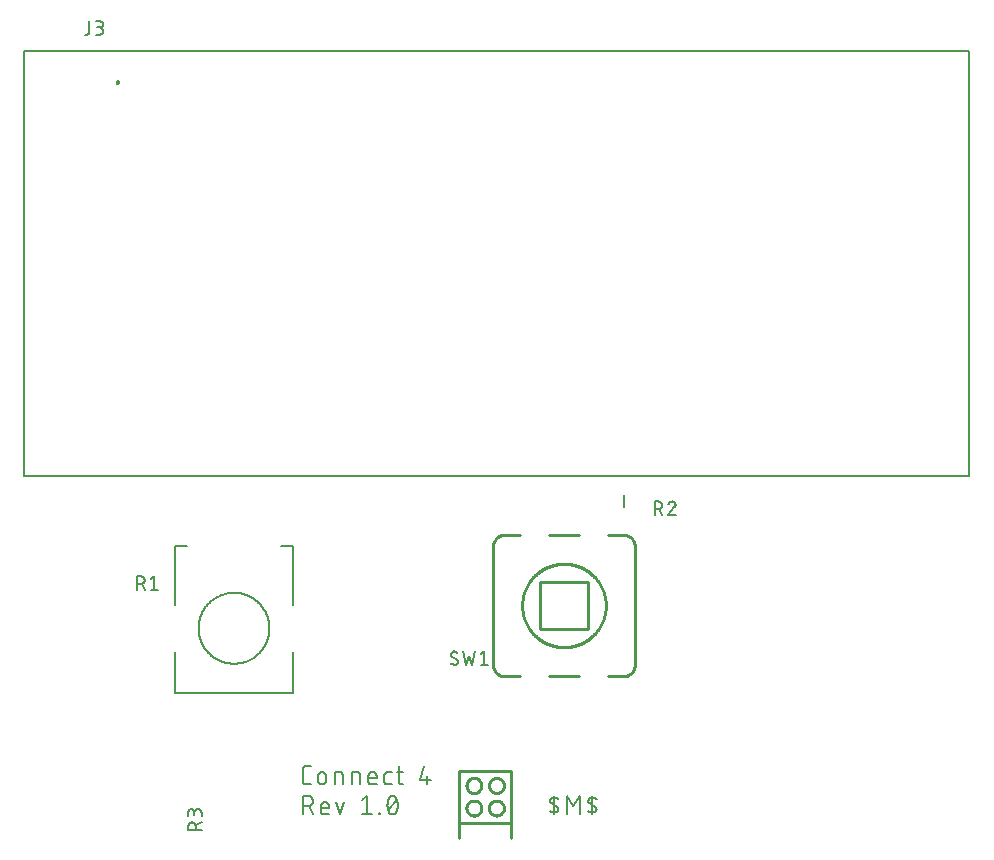
<source format=gbr>
G04 EAGLE Gerber RS-274X export*
G75*
%MOMM*%
%FSLAX34Y34*%
%LPD*%
%INSilkscreen Top*%
%IPPOS*%
%AMOC8*
5,1,8,0,0,1.08239X$1,22.5*%
G01*
%ADD10C,0.203200*%
%ADD11C,0.254000*%
%ADD12C,0.127000*%
%ADD13C,0.152400*%
%ADD14C,0.200000*%


D10*
X255665Y102616D02*
X252166Y102616D01*
X252049Y102618D01*
X251932Y102624D01*
X251816Y102634D01*
X251699Y102647D01*
X251584Y102665D01*
X251469Y102686D01*
X251355Y102711D01*
X251241Y102740D01*
X251129Y102773D01*
X251018Y102810D01*
X250908Y102850D01*
X250800Y102894D01*
X250693Y102941D01*
X250587Y102992D01*
X250484Y103047D01*
X250382Y103105D01*
X250283Y103166D01*
X250185Y103230D01*
X250090Y103298D01*
X249997Y103369D01*
X249906Y103443D01*
X249818Y103520D01*
X249733Y103600D01*
X249650Y103683D01*
X249570Y103768D01*
X249493Y103856D01*
X249419Y103947D01*
X249348Y104040D01*
X249280Y104135D01*
X249216Y104233D01*
X249155Y104332D01*
X249097Y104434D01*
X249042Y104537D01*
X248991Y104643D01*
X248944Y104750D01*
X248900Y104858D01*
X248860Y104968D01*
X248823Y105079D01*
X248790Y105191D01*
X248761Y105305D01*
X248736Y105419D01*
X248715Y105534D01*
X248697Y105649D01*
X248684Y105766D01*
X248674Y105882D01*
X248668Y105999D01*
X248666Y106116D01*
X248666Y114864D01*
X248668Y114981D01*
X248674Y115098D01*
X248684Y115214D01*
X248697Y115331D01*
X248715Y115446D01*
X248736Y115561D01*
X248761Y115675D01*
X248790Y115789D01*
X248823Y115901D01*
X248860Y116012D01*
X248900Y116122D01*
X248944Y116230D01*
X248991Y116337D01*
X249042Y116443D01*
X249097Y116546D01*
X249155Y116648D01*
X249216Y116747D01*
X249280Y116845D01*
X249348Y116940D01*
X249419Y117033D01*
X249493Y117124D01*
X249570Y117212D01*
X249650Y117297D01*
X249733Y117380D01*
X249818Y117460D01*
X249906Y117537D01*
X249997Y117611D01*
X250090Y117682D01*
X250185Y117750D01*
X250283Y117814D01*
X250382Y117875D01*
X250484Y117933D01*
X250587Y117988D01*
X250693Y118039D01*
X250800Y118086D01*
X250908Y118130D01*
X251018Y118170D01*
X251129Y118207D01*
X251241Y118240D01*
X251355Y118269D01*
X251469Y118294D01*
X251584Y118315D01*
X251699Y118333D01*
X251816Y118346D01*
X251932Y118356D01*
X252049Y118362D01*
X252166Y118364D01*
X255665Y118364D01*
X261572Y109615D02*
X261572Y106116D01*
X261572Y109615D02*
X261574Y109733D01*
X261580Y109851D01*
X261590Y109969D01*
X261604Y110086D01*
X261622Y110203D01*
X261644Y110320D01*
X261669Y110435D01*
X261699Y110549D01*
X261733Y110663D01*
X261770Y110775D01*
X261811Y110886D01*
X261856Y110995D01*
X261904Y111103D01*
X261956Y111209D01*
X262012Y111314D01*
X262071Y111416D01*
X262133Y111516D01*
X262199Y111614D01*
X262268Y111710D01*
X262341Y111804D01*
X262416Y111895D01*
X262495Y111983D01*
X262576Y112069D01*
X262661Y112152D01*
X262748Y112232D01*
X262837Y112309D01*
X262930Y112383D01*
X263024Y112453D01*
X263121Y112521D01*
X263221Y112585D01*
X263322Y112646D01*
X263425Y112703D01*
X263531Y112757D01*
X263638Y112808D01*
X263746Y112854D01*
X263856Y112897D01*
X263968Y112936D01*
X264081Y112972D01*
X264195Y113003D01*
X264310Y113031D01*
X264425Y113055D01*
X264542Y113075D01*
X264659Y113091D01*
X264777Y113103D01*
X264895Y113111D01*
X265013Y113115D01*
X265131Y113115D01*
X265249Y113111D01*
X265367Y113103D01*
X265485Y113091D01*
X265602Y113075D01*
X265719Y113055D01*
X265834Y113031D01*
X265949Y113003D01*
X266063Y112972D01*
X266176Y112936D01*
X266288Y112897D01*
X266398Y112854D01*
X266506Y112808D01*
X266613Y112757D01*
X266719Y112703D01*
X266822Y112646D01*
X266923Y112585D01*
X267023Y112521D01*
X267120Y112453D01*
X267214Y112383D01*
X267307Y112309D01*
X267396Y112232D01*
X267483Y112152D01*
X267568Y112069D01*
X267649Y111983D01*
X267728Y111895D01*
X267803Y111804D01*
X267876Y111710D01*
X267945Y111614D01*
X268011Y111516D01*
X268073Y111416D01*
X268132Y111314D01*
X268188Y111209D01*
X268240Y111103D01*
X268288Y110995D01*
X268333Y110886D01*
X268374Y110775D01*
X268411Y110663D01*
X268445Y110549D01*
X268475Y110435D01*
X268500Y110320D01*
X268522Y110203D01*
X268540Y110086D01*
X268554Y109969D01*
X268564Y109851D01*
X268570Y109733D01*
X268572Y109615D01*
X268571Y109615D02*
X268571Y106116D01*
X268572Y106116D02*
X268570Y105998D01*
X268564Y105880D01*
X268554Y105762D01*
X268540Y105645D01*
X268522Y105528D01*
X268500Y105411D01*
X268475Y105296D01*
X268445Y105182D01*
X268411Y105068D01*
X268374Y104956D01*
X268333Y104845D01*
X268288Y104736D01*
X268240Y104628D01*
X268188Y104522D01*
X268132Y104417D01*
X268073Y104315D01*
X268011Y104215D01*
X267945Y104117D01*
X267876Y104021D01*
X267803Y103927D01*
X267728Y103836D01*
X267649Y103748D01*
X267568Y103662D01*
X267483Y103579D01*
X267396Y103499D01*
X267307Y103422D01*
X267214Y103348D01*
X267120Y103278D01*
X267023Y103210D01*
X266923Y103146D01*
X266822Y103085D01*
X266719Y103028D01*
X266613Y102974D01*
X266506Y102923D01*
X266398Y102877D01*
X266288Y102834D01*
X266176Y102795D01*
X266063Y102759D01*
X265949Y102728D01*
X265834Y102700D01*
X265719Y102676D01*
X265602Y102656D01*
X265485Y102640D01*
X265367Y102628D01*
X265249Y102620D01*
X265131Y102616D01*
X265013Y102616D01*
X264895Y102620D01*
X264777Y102628D01*
X264659Y102640D01*
X264542Y102656D01*
X264425Y102676D01*
X264310Y102700D01*
X264195Y102728D01*
X264081Y102759D01*
X263968Y102795D01*
X263856Y102834D01*
X263746Y102877D01*
X263638Y102923D01*
X263531Y102974D01*
X263425Y103028D01*
X263322Y103085D01*
X263221Y103146D01*
X263121Y103210D01*
X263024Y103278D01*
X262930Y103348D01*
X262837Y103422D01*
X262748Y103499D01*
X262661Y103579D01*
X262576Y103662D01*
X262495Y103748D01*
X262416Y103836D01*
X262341Y103927D01*
X262268Y104021D01*
X262199Y104117D01*
X262133Y104215D01*
X262071Y104315D01*
X262012Y104417D01*
X261956Y104522D01*
X261904Y104628D01*
X261856Y104736D01*
X261811Y104845D01*
X261770Y104956D01*
X261733Y105068D01*
X261699Y105182D01*
X261669Y105296D01*
X261644Y105411D01*
X261622Y105528D01*
X261604Y105645D01*
X261590Y105762D01*
X261580Y105880D01*
X261574Y105998D01*
X261572Y106116D01*
X275640Y102616D02*
X275640Y113115D01*
X280015Y113115D01*
X280116Y113113D01*
X280216Y113107D01*
X280316Y113098D01*
X280416Y113084D01*
X280515Y113067D01*
X280613Y113046D01*
X280711Y113021D01*
X280807Y112993D01*
X280902Y112960D01*
X280996Y112925D01*
X281089Y112885D01*
X281180Y112842D01*
X281269Y112796D01*
X281356Y112746D01*
X281442Y112693D01*
X281525Y112637D01*
X281606Y112578D01*
X281685Y112515D01*
X281761Y112450D01*
X281835Y112381D01*
X281906Y112310D01*
X281975Y112236D01*
X282040Y112160D01*
X282103Y112081D01*
X282162Y112000D01*
X282218Y111917D01*
X282271Y111831D01*
X282321Y111744D01*
X282367Y111655D01*
X282410Y111564D01*
X282450Y111471D01*
X282485Y111377D01*
X282518Y111282D01*
X282546Y111186D01*
X282571Y111088D01*
X282592Y110990D01*
X282609Y110891D01*
X282623Y110791D01*
X282632Y110691D01*
X282638Y110591D01*
X282640Y110490D01*
X282640Y102616D01*
X290230Y102616D02*
X290230Y113115D01*
X294604Y113115D01*
X294705Y113113D01*
X294805Y113107D01*
X294905Y113098D01*
X295005Y113084D01*
X295104Y113067D01*
X295202Y113046D01*
X295300Y113021D01*
X295396Y112993D01*
X295491Y112960D01*
X295585Y112925D01*
X295678Y112885D01*
X295769Y112842D01*
X295858Y112796D01*
X295945Y112746D01*
X296031Y112693D01*
X296114Y112637D01*
X296195Y112578D01*
X296274Y112515D01*
X296350Y112450D01*
X296424Y112381D01*
X296495Y112310D01*
X296564Y112236D01*
X296629Y112160D01*
X296692Y112081D01*
X296751Y112000D01*
X296807Y111917D01*
X296860Y111831D01*
X296910Y111744D01*
X296956Y111655D01*
X296999Y111564D01*
X297039Y111471D01*
X297074Y111377D01*
X297107Y111282D01*
X297135Y111186D01*
X297160Y111088D01*
X297181Y110990D01*
X297198Y110891D01*
X297212Y110791D01*
X297221Y110691D01*
X297227Y110591D01*
X297229Y110490D01*
X297229Y102616D01*
X306922Y102616D02*
X311297Y102616D01*
X306922Y102616D02*
X306821Y102618D01*
X306721Y102624D01*
X306621Y102633D01*
X306521Y102647D01*
X306422Y102664D01*
X306324Y102685D01*
X306226Y102710D01*
X306130Y102738D01*
X306035Y102771D01*
X305941Y102806D01*
X305848Y102846D01*
X305757Y102889D01*
X305668Y102935D01*
X305581Y102985D01*
X305495Y103038D01*
X305412Y103094D01*
X305331Y103153D01*
X305252Y103216D01*
X305176Y103281D01*
X305102Y103350D01*
X305031Y103421D01*
X304962Y103495D01*
X304897Y103571D01*
X304834Y103650D01*
X304775Y103731D01*
X304719Y103814D01*
X304666Y103900D01*
X304616Y103987D01*
X304570Y104076D01*
X304527Y104167D01*
X304487Y104260D01*
X304452Y104354D01*
X304419Y104449D01*
X304391Y104545D01*
X304366Y104643D01*
X304345Y104741D01*
X304328Y104840D01*
X304314Y104940D01*
X304305Y105040D01*
X304299Y105140D01*
X304297Y105241D01*
X304298Y105241D02*
X304298Y109615D01*
X304297Y109615D02*
X304299Y109733D01*
X304305Y109851D01*
X304315Y109969D01*
X304329Y110086D01*
X304347Y110203D01*
X304369Y110320D01*
X304394Y110435D01*
X304424Y110549D01*
X304458Y110663D01*
X304495Y110775D01*
X304536Y110886D01*
X304581Y110995D01*
X304629Y111103D01*
X304681Y111209D01*
X304737Y111314D01*
X304796Y111416D01*
X304858Y111516D01*
X304924Y111614D01*
X304993Y111710D01*
X305066Y111804D01*
X305141Y111895D01*
X305220Y111983D01*
X305301Y112069D01*
X305386Y112152D01*
X305473Y112232D01*
X305562Y112309D01*
X305655Y112383D01*
X305749Y112453D01*
X305846Y112521D01*
X305946Y112585D01*
X306047Y112646D01*
X306150Y112703D01*
X306256Y112757D01*
X306363Y112808D01*
X306471Y112854D01*
X306581Y112897D01*
X306693Y112936D01*
X306806Y112972D01*
X306920Y113003D01*
X307035Y113031D01*
X307150Y113055D01*
X307267Y113075D01*
X307384Y113091D01*
X307502Y113103D01*
X307620Y113111D01*
X307738Y113115D01*
X307856Y113115D01*
X307974Y113111D01*
X308092Y113103D01*
X308210Y113091D01*
X308327Y113075D01*
X308444Y113055D01*
X308559Y113031D01*
X308674Y113003D01*
X308788Y112972D01*
X308901Y112936D01*
X309013Y112897D01*
X309123Y112854D01*
X309231Y112808D01*
X309338Y112757D01*
X309444Y112703D01*
X309547Y112646D01*
X309648Y112585D01*
X309748Y112521D01*
X309845Y112453D01*
X309939Y112383D01*
X310032Y112309D01*
X310121Y112232D01*
X310208Y112152D01*
X310293Y112069D01*
X310374Y111983D01*
X310453Y111895D01*
X310528Y111804D01*
X310601Y111710D01*
X310670Y111614D01*
X310736Y111516D01*
X310798Y111416D01*
X310857Y111314D01*
X310913Y111209D01*
X310965Y111103D01*
X311013Y110995D01*
X311058Y110886D01*
X311099Y110775D01*
X311136Y110663D01*
X311170Y110549D01*
X311200Y110435D01*
X311225Y110320D01*
X311247Y110203D01*
X311265Y110086D01*
X311279Y109969D01*
X311289Y109851D01*
X311295Y109733D01*
X311297Y109615D01*
X311297Y107865D01*
X304298Y107865D01*
X320491Y102616D02*
X323990Y102616D01*
X320491Y102616D02*
X320390Y102618D01*
X320290Y102624D01*
X320190Y102633D01*
X320090Y102647D01*
X319991Y102664D01*
X319893Y102685D01*
X319795Y102710D01*
X319699Y102738D01*
X319604Y102771D01*
X319510Y102806D01*
X319417Y102846D01*
X319326Y102889D01*
X319237Y102935D01*
X319150Y102985D01*
X319064Y103038D01*
X318981Y103094D01*
X318900Y103153D01*
X318821Y103216D01*
X318745Y103281D01*
X318671Y103350D01*
X318600Y103421D01*
X318531Y103495D01*
X318466Y103571D01*
X318403Y103650D01*
X318344Y103731D01*
X318288Y103814D01*
X318235Y103900D01*
X318185Y103987D01*
X318139Y104076D01*
X318096Y104167D01*
X318056Y104260D01*
X318021Y104354D01*
X317988Y104449D01*
X317960Y104545D01*
X317935Y104643D01*
X317914Y104741D01*
X317897Y104840D01*
X317883Y104940D01*
X317874Y105040D01*
X317868Y105140D01*
X317866Y105241D01*
X317866Y110490D01*
X317865Y110490D02*
X317867Y110591D01*
X317873Y110691D01*
X317882Y110791D01*
X317896Y110891D01*
X317913Y110990D01*
X317934Y111088D01*
X317959Y111186D01*
X317987Y111282D01*
X318020Y111377D01*
X318055Y111471D01*
X318095Y111564D01*
X318138Y111655D01*
X318184Y111744D01*
X318234Y111831D01*
X318287Y111917D01*
X318343Y112000D01*
X318402Y112081D01*
X318465Y112160D01*
X318530Y112236D01*
X318599Y112310D01*
X318670Y112381D01*
X318744Y112450D01*
X318820Y112515D01*
X318899Y112578D01*
X318980Y112637D01*
X319063Y112693D01*
X319149Y112746D01*
X319236Y112796D01*
X319325Y112842D01*
X319416Y112885D01*
X319509Y112925D01*
X319603Y112961D01*
X319698Y112993D01*
X319794Y113021D01*
X319892Y113046D01*
X319990Y113067D01*
X320089Y113084D01*
X320189Y113098D01*
X320289Y113107D01*
X320389Y113113D01*
X320490Y113115D01*
X320491Y113115D02*
X323990Y113115D01*
X328480Y113115D02*
X333729Y113115D01*
X330229Y118364D02*
X330229Y105241D01*
X330231Y105140D01*
X330237Y105040D01*
X330246Y104940D01*
X330260Y104840D01*
X330277Y104741D01*
X330298Y104643D01*
X330323Y104545D01*
X330351Y104449D01*
X330384Y104354D01*
X330419Y104260D01*
X330459Y104167D01*
X330502Y104076D01*
X330548Y103987D01*
X330598Y103900D01*
X330651Y103814D01*
X330707Y103731D01*
X330766Y103650D01*
X330829Y103571D01*
X330894Y103495D01*
X330963Y103421D01*
X331034Y103350D01*
X331108Y103281D01*
X331184Y103216D01*
X331263Y103153D01*
X331344Y103094D01*
X331427Y103038D01*
X331513Y102985D01*
X331600Y102935D01*
X331689Y102889D01*
X331780Y102846D01*
X331873Y102806D01*
X331967Y102771D01*
X332062Y102738D01*
X332158Y102710D01*
X332256Y102685D01*
X332354Y102664D01*
X332453Y102647D01*
X332553Y102633D01*
X332653Y102624D01*
X332753Y102618D01*
X332854Y102616D01*
X333729Y102616D01*
X348232Y106116D02*
X351732Y118364D01*
X348232Y106116D02*
X356981Y106116D01*
X354357Y109615D02*
X354357Y102616D01*
X248666Y92964D02*
X248666Y77216D01*
X248666Y92964D02*
X253040Y92964D01*
X253171Y92962D01*
X253302Y92956D01*
X253432Y92946D01*
X253562Y92933D01*
X253692Y92915D01*
X253821Y92894D01*
X253949Y92868D01*
X254077Y92839D01*
X254204Y92806D01*
X254329Y92770D01*
X254454Y92729D01*
X254577Y92685D01*
X254699Y92637D01*
X254819Y92586D01*
X254938Y92531D01*
X255055Y92472D01*
X255170Y92410D01*
X255283Y92345D01*
X255395Y92276D01*
X255504Y92204D01*
X255611Y92129D01*
X255716Y92050D01*
X255818Y91969D01*
X255918Y91884D01*
X256015Y91796D01*
X256110Y91706D01*
X256202Y91613D01*
X256291Y91517D01*
X256377Y91418D01*
X256460Y91317D01*
X256540Y91214D01*
X256617Y91108D01*
X256690Y91000D01*
X256761Y90889D01*
X256828Y90777D01*
X256892Y90663D01*
X256952Y90547D01*
X257009Y90429D01*
X257062Y90309D01*
X257112Y90188D01*
X257158Y90065D01*
X257200Y89942D01*
X257238Y89817D01*
X257273Y89690D01*
X257304Y89563D01*
X257332Y89435D01*
X257355Y89307D01*
X257374Y89177D01*
X257390Y89047D01*
X257402Y88917D01*
X257410Y88786D01*
X257414Y88655D01*
X257414Y88525D01*
X257410Y88394D01*
X257402Y88263D01*
X257390Y88133D01*
X257374Y88003D01*
X257355Y87873D01*
X257332Y87745D01*
X257304Y87617D01*
X257273Y87490D01*
X257238Y87363D01*
X257200Y87238D01*
X257158Y87115D01*
X257112Y86992D01*
X257062Y86871D01*
X257009Y86751D01*
X256952Y86633D01*
X256892Y86517D01*
X256828Y86403D01*
X256761Y86291D01*
X256690Y86180D01*
X256617Y86072D01*
X256540Y85966D01*
X256460Y85863D01*
X256377Y85762D01*
X256291Y85663D01*
X256202Y85567D01*
X256110Y85474D01*
X256015Y85384D01*
X255918Y85296D01*
X255818Y85211D01*
X255716Y85130D01*
X255611Y85051D01*
X255504Y84976D01*
X255395Y84904D01*
X255283Y84835D01*
X255170Y84770D01*
X255055Y84708D01*
X254938Y84649D01*
X254819Y84594D01*
X254699Y84543D01*
X254577Y84495D01*
X254454Y84451D01*
X254329Y84410D01*
X254204Y84374D01*
X254077Y84341D01*
X253949Y84312D01*
X253821Y84286D01*
X253692Y84265D01*
X253562Y84247D01*
X253432Y84234D01*
X253302Y84224D01*
X253171Y84218D01*
X253040Y84216D01*
X253040Y84215D02*
X248666Y84215D01*
X253915Y84215D02*
X257415Y77216D01*
X266645Y77216D02*
X271019Y77216D01*
X266645Y77216D02*
X266544Y77218D01*
X266444Y77224D01*
X266344Y77233D01*
X266244Y77247D01*
X266145Y77264D01*
X266047Y77285D01*
X265949Y77310D01*
X265853Y77338D01*
X265758Y77371D01*
X265664Y77406D01*
X265571Y77446D01*
X265480Y77489D01*
X265391Y77535D01*
X265304Y77585D01*
X265218Y77638D01*
X265135Y77694D01*
X265054Y77753D01*
X264975Y77816D01*
X264899Y77881D01*
X264825Y77950D01*
X264754Y78021D01*
X264685Y78095D01*
X264620Y78171D01*
X264557Y78250D01*
X264498Y78331D01*
X264442Y78414D01*
X264389Y78500D01*
X264339Y78587D01*
X264293Y78676D01*
X264250Y78767D01*
X264210Y78860D01*
X264175Y78954D01*
X264142Y79049D01*
X264114Y79145D01*
X264089Y79243D01*
X264068Y79341D01*
X264051Y79440D01*
X264037Y79540D01*
X264028Y79640D01*
X264022Y79740D01*
X264020Y79841D01*
X264020Y84215D01*
X264019Y84215D02*
X264021Y84333D01*
X264027Y84451D01*
X264037Y84569D01*
X264051Y84686D01*
X264069Y84803D01*
X264091Y84920D01*
X264116Y85035D01*
X264146Y85149D01*
X264180Y85263D01*
X264217Y85375D01*
X264258Y85486D01*
X264303Y85595D01*
X264351Y85703D01*
X264403Y85809D01*
X264459Y85914D01*
X264518Y86016D01*
X264580Y86116D01*
X264646Y86214D01*
X264715Y86310D01*
X264788Y86404D01*
X264863Y86495D01*
X264942Y86583D01*
X265023Y86669D01*
X265108Y86752D01*
X265195Y86832D01*
X265284Y86909D01*
X265377Y86983D01*
X265471Y87053D01*
X265568Y87121D01*
X265668Y87185D01*
X265769Y87246D01*
X265872Y87303D01*
X265978Y87357D01*
X266085Y87408D01*
X266193Y87454D01*
X266303Y87497D01*
X266415Y87536D01*
X266528Y87572D01*
X266642Y87603D01*
X266757Y87631D01*
X266872Y87655D01*
X266989Y87675D01*
X267106Y87691D01*
X267224Y87703D01*
X267342Y87711D01*
X267460Y87715D01*
X267578Y87715D01*
X267696Y87711D01*
X267814Y87703D01*
X267932Y87691D01*
X268049Y87675D01*
X268166Y87655D01*
X268281Y87631D01*
X268396Y87603D01*
X268510Y87572D01*
X268623Y87536D01*
X268735Y87497D01*
X268845Y87454D01*
X268953Y87408D01*
X269060Y87357D01*
X269166Y87303D01*
X269269Y87246D01*
X269370Y87185D01*
X269470Y87121D01*
X269567Y87053D01*
X269661Y86983D01*
X269754Y86909D01*
X269843Y86832D01*
X269930Y86752D01*
X270015Y86669D01*
X270096Y86583D01*
X270175Y86495D01*
X270250Y86404D01*
X270323Y86310D01*
X270392Y86214D01*
X270458Y86116D01*
X270520Y86016D01*
X270579Y85914D01*
X270635Y85809D01*
X270687Y85703D01*
X270735Y85595D01*
X270780Y85486D01*
X270821Y85375D01*
X270858Y85263D01*
X270892Y85149D01*
X270922Y85035D01*
X270947Y84920D01*
X270969Y84803D01*
X270987Y84686D01*
X271001Y84569D01*
X271011Y84451D01*
X271017Y84333D01*
X271019Y84215D01*
X271019Y82465D01*
X264020Y82465D01*
X277046Y87715D02*
X280545Y77216D01*
X284045Y87715D01*
X298576Y89464D02*
X302950Y92964D01*
X302950Y77216D01*
X298576Y77216D02*
X307325Y77216D01*
X313455Y77216D02*
X313455Y78091D01*
X314329Y78091D01*
X314329Y77216D01*
X313455Y77216D01*
X320459Y85090D02*
X320463Y85400D01*
X320474Y85709D01*
X320492Y86019D01*
X320518Y86327D01*
X320551Y86635D01*
X320592Y86943D01*
X320640Y87249D01*
X320695Y87554D01*
X320757Y87857D01*
X320827Y88159D01*
X320904Y88459D01*
X320988Y88757D01*
X321079Y89053D01*
X321177Y89347D01*
X321282Y89639D01*
X321394Y89928D01*
X321513Y90214D01*
X321639Y90497D01*
X321771Y90777D01*
X321772Y90777D02*
X321810Y90882D01*
X321852Y90985D01*
X321897Y91087D01*
X321945Y91188D01*
X321997Y91286D01*
X322053Y91383D01*
X322111Y91478D01*
X322173Y91571D01*
X322238Y91661D01*
X322307Y91749D01*
X322378Y91835D01*
X322452Y91919D01*
X322529Y91999D01*
X322608Y92078D01*
X322691Y92153D01*
X322776Y92225D01*
X322863Y92295D01*
X322953Y92361D01*
X323044Y92424D01*
X323138Y92484D01*
X323234Y92541D01*
X323332Y92595D01*
X323432Y92645D01*
X323533Y92691D01*
X323636Y92734D01*
X323741Y92774D01*
X323846Y92810D01*
X323953Y92842D01*
X324061Y92870D01*
X324170Y92895D01*
X324279Y92916D01*
X324389Y92933D01*
X324500Y92947D01*
X324611Y92956D01*
X324722Y92962D01*
X324834Y92964D01*
X324946Y92962D01*
X325057Y92956D01*
X325168Y92947D01*
X325279Y92933D01*
X325389Y92916D01*
X325499Y92895D01*
X325607Y92870D01*
X325715Y92842D01*
X325822Y92810D01*
X325927Y92774D01*
X326032Y92734D01*
X326135Y92691D01*
X326236Y92645D01*
X326336Y92595D01*
X326434Y92541D01*
X326530Y92484D01*
X326624Y92424D01*
X326715Y92361D01*
X326805Y92295D01*
X326892Y92225D01*
X326977Y92153D01*
X327060Y92078D01*
X327139Y91999D01*
X327216Y91919D01*
X327290Y91835D01*
X327361Y91749D01*
X327430Y91661D01*
X327495Y91571D01*
X327557Y91478D01*
X327615Y91383D01*
X327671Y91286D01*
X327723Y91188D01*
X327771Y91087D01*
X327816Y90985D01*
X327858Y90882D01*
X327896Y90777D01*
X328028Y90497D01*
X328154Y90213D01*
X328273Y89927D01*
X328385Y89638D01*
X328490Y89347D01*
X328588Y89053D01*
X328679Y88757D01*
X328763Y88459D01*
X328840Y88159D01*
X328910Y87857D01*
X328972Y87553D01*
X329027Y87249D01*
X329075Y86943D01*
X329116Y86635D01*
X329149Y86327D01*
X329175Y86019D01*
X329193Y85709D01*
X329204Y85400D01*
X329208Y85090D01*
X320459Y85090D02*
X320463Y84780D01*
X320474Y84471D01*
X320492Y84161D01*
X320518Y83853D01*
X320551Y83545D01*
X320592Y83237D01*
X320640Y82931D01*
X320695Y82626D01*
X320757Y82323D01*
X320827Y82021D01*
X320904Y81721D01*
X320988Y81423D01*
X321079Y81127D01*
X321177Y80833D01*
X321282Y80541D01*
X321394Y80252D01*
X321513Y79966D01*
X321639Y79683D01*
X321771Y79403D01*
X321772Y79403D02*
X321810Y79298D01*
X321852Y79195D01*
X321897Y79093D01*
X321945Y78992D01*
X321997Y78894D01*
X322053Y78797D01*
X322111Y78702D01*
X322173Y78609D01*
X322238Y78519D01*
X322307Y78431D01*
X322378Y78345D01*
X322452Y78261D01*
X322529Y78181D01*
X322608Y78102D01*
X322691Y78027D01*
X322776Y77955D01*
X322863Y77885D01*
X322953Y77819D01*
X323044Y77756D01*
X323138Y77696D01*
X323234Y77639D01*
X323332Y77585D01*
X323432Y77535D01*
X323533Y77489D01*
X323636Y77446D01*
X323741Y77406D01*
X323846Y77370D01*
X323953Y77338D01*
X324061Y77310D01*
X324170Y77285D01*
X324279Y77264D01*
X324389Y77247D01*
X324500Y77233D01*
X324611Y77224D01*
X324722Y77218D01*
X324834Y77216D01*
X327897Y79403D02*
X328029Y79683D01*
X328155Y79966D01*
X328274Y80252D01*
X328386Y80541D01*
X328491Y80833D01*
X328589Y81127D01*
X328680Y81423D01*
X328764Y81721D01*
X328841Y82021D01*
X328911Y82323D01*
X328973Y82626D01*
X329028Y82931D01*
X329076Y83237D01*
X329117Y83545D01*
X329150Y83853D01*
X329176Y84161D01*
X329194Y84471D01*
X329205Y84780D01*
X329209Y85090D01*
X327896Y79403D02*
X327858Y79298D01*
X327816Y79195D01*
X327771Y79093D01*
X327723Y78992D01*
X327671Y78894D01*
X327615Y78797D01*
X327557Y78702D01*
X327495Y78609D01*
X327430Y78519D01*
X327361Y78431D01*
X327290Y78345D01*
X327216Y78261D01*
X327139Y78181D01*
X327060Y78102D01*
X326977Y78027D01*
X326892Y77955D01*
X326805Y77885D01*
X326715Y77819D01*
X326624Y77756D01*
X326530Y77696D01*
X326434Y77639D01*
X326336Y77585D01*
X326236Y77535D01*
X326135Y77489D01*
X326032Y77446D01*
X325927Y77406D01*
X325822Y77370D01*
X325715Y77338D01*
X325607Y77310D01*
X325498Y77285D01*
X325389Y77264D01*
X325279Y77247D01*
X325168Y77233D01*
X325057Y77224D01*
X324946Y77218D01*
X324834Y77216D01*
X321334Y80716D02*
X328333Y89464D01*
X461716Y92964D02*
X461716Y77216D01*
X461716Y85090D02*
X459528Y86402D01*
X459529Y86402D02*
X459444Y86456D01*
X459361Y86512D01*
X459280Y86572D01*
X459201Y86635D01*
X459126Y86700D01*
X459052Y86769D01*
X458982Y86840D01*
X458914Y86914D01*
X458849Y86991D01*
X458787Y87070D01*
X458728Y87151D01*
X458672Y87234D01*
X458620Y87320D01*
X458571Y87408D01*
X458525Y87497D01*
X458482Y87588D01*
X458444Y87680D01*
X458409Y87775D01*
X458377Y87870D01*
X458349Y87966D01*
X458325Y88064D01*
X458305Y88162D01*
X458288Y88261D01*
X458275Y88361D01*
X458266Y88461D01*
X458261Y88561D01*
X458260Y88661D01*
X458263Y88762D01*
X458269Y88862D01*
X458279Y88962D01*
X458294Y89061D01*
X458312Y89160D01*
X458333Y89258D01*
X458359Y89355D01*
X458388Y89451D01*
X458421Y89546D01*
X458457Y89639D01*
X458497Y89731D01*
X458541Y89822D01*
X458588Y89910D01*
X458638Y89997D01*
X458692Y90082D01*
X458749Y90165D01*
X458809Y90245D01*
X458872Y90323D01*
X458938Y90399D01*
X459007Y90472D01*
X459079Y90542D01*
X459153Y90610D01*
X459230Y90675D01*
X459309Y90736D01*
X459390Y90795D01*
X459474Y90850D01*
X459560Y90902D01*
X459648Y90951D01*
X459737Y90996D01*
X459829Y91038D01*
X459921Y91077D01*
X460015Y91111D01*
X460111Y91142D01*
X460207Y91170D01*
X460305Y91194D01*
X460403Y91213D01*
X460403Y91214D02*
X460568Y91242D01*
X460732Y91266D01*
X460898Y91286D01*
X461064Y91302D01*
X461230Y91314D01*
X461396Y91322D01*
X461563Y91326D01*
X461729Y91327D01*
X461896Y91323D01*
X462062Y91315D01*
X462228Y91303D01*
X462394Y91287D01*
X462560Y91267D01*
X462725Y91243D01*
X462889Y91215D01*
X463052Y91183D01*
X463215Y91148D01*
X463377Y91108D01*
X463538Y91065D01*
X463698Y91017D01*
X463856Y90966D01*
X464013Y90911D01*
X464169Y90853D01*
X464324Y90790D01*
X464477Y90724D01*
X464628Y90654D01*
X464777Y90581D01*
X464925Y90504D01*
X465071Y90423D01*
X465215Y90339D01*
X461716Y85090D02*
X463903Y83778D01*
X463902Y83778D02*
X463987Y83724D01*
X464070Y83668D01*
X464151Y83608D01*
X464230Y83545D01*
X464305Y83480D01*
X464379Y83411D01*
X464449Y83340D01*
X464517Y83266D01*
X464582Y83189D01*
X464644Y83110D01*
X464703Y83029D01*
X464759Y82946D01*
X464811Y82860D01*
X464860Y82773D01*
X464906Y82683D01*
X464949Y82592D01*
X464987Y82500D01*
X465022Y82405D01*
X465054Y82310D01*
X465082Y82214D01*
X465106Y82116D01*
X465126Y82018D01*
X465143Y81919D01*
X465156Y81819D01*
X465165Y81719D01*
X465170Y81619D01*
X465171Y81519D01*
X465168Y81418D01*
X465162Y81318D01*
X465152Y81218D01*
X465137Y81119D01*
X465119Y81020D01*
X465098Y80922D01*
X465072Y80825D01*
X465043Y80729D01*
X465010Y80634D01*
X464974Y80541D01*
X464934Y80449D01*
X464890Y80358D01*
X464843Y80270D01*
X464793Y80183D01*
X464739Y80098D01*
X464682Y80015D01*
X464622Y79935D01*
X464559Y79857D01*
X464493Y79781D01*
X464424Y79708D01*
X464353Y79638D01*
X464278Y79570D01*
X464201Y79506D01*
X464122Y79444D01*
X464041Y79385D01*
X463957Y79330D01*
X463871Y79278D01*
X463783Y79229D01*
X463694Y79184D01*
X463603Y79142D01*
X463510Y79104D01*
X463416Y79069D01*
X463320Y79038D01*
X463224Y79010D01*
X463126Y78986D01*
X463028Y78967D01*
X463028Y78966D02*
X462864Y78938D01*
X462699Y78914D01*
X462533Y78894D01*
X462367Y78878D01*
X462201Y78866D01*
X462035Y78858D01*
X461868Y78854D01*
X461702Y78853D01*
X461535Y78857D01*
X461369Y78865D01*
X461203Y78877D01*
X461037Y78893D01*
X460871Y78913D01*
X460706Y78937D01*
X460542Y78965D01*
X460379Y78997D01*
X460216Y79032D01*
X460054Y79072D01*
X459893Y79115D01*
X459733Y79163D01*
X459575Y79214D01*
X459418Y79269D01*
X459262Y79327D01*
X459107Y79390D01*
X458954Y79456D01*
X458803Y79526D01*
X458653Y79599D01*
X458506Y79676D01*
X458360Y79757D01*
X458216Y79841D01*
X472618Y77216D02*
X472618Y92964D01*
X477868Y84215D01*
X483117Y92964D01*
X483117Y77216D01*
X494020Y77216D02*
X494020Y92964D01*
X491833Y86402D02*
X494020Y85090D01*
X491833Y86402D02*
X491748Y86456D01*
X491665Y86512D01*
X491584Y86572D01*
X491505Y86635D01*
X491430Y86700D01*
X491356Y86769D01*
X491286Y86840D01*
X491218Y86914D01*
X491153Y86991D01*
X491091Y87070D01*
X491032Y87151D01*
X490976Y87234D01*
X490924Y87320D01*
X490875Y87408D01*
X490829Y87497D01*
X490786Y87588D01*
X490748Y87680D01*
X490713Y87775D01*
X490681Y87870D01*
X490653Y87966D01*
X490629Y88064D01*
X490609Y88162D01*
X490592Y88261D01*
X490579Y88361D01*
X490570Y88461D01*
X490565Y88561D01*
X490564Y88661D01*
X490567Y88762D01*
X490573Y88862D01*
X490583Y88962D01*
X490598Y89061D01*
X490616Y89160D01*
X490637Y89258D01*
X490663Y89355D01*
X490692Y89451D01*
X490725Y89546D01*
X490761Y89639D01*
X490801Y89731D01*
X490845Y89822D01*
X490892Y89910D01*
X490942Y89997D01*
X490996Y90082D01*
X491053Y90165D01*
X491113Y90245D01*
X491176Y90323D01*
X491242Y90399D01*
X491311Y90472D01*
X491383Y90542D01*
X491457Y90610D01*
X491534Y90675D01*
X491613Y90736D01*
X491694Y90795D01*
X491778Y90850D01*
X491864Y90902D01*
X491952Y90951D01*
X492041Y90996D01*
X492133Y91038D01*
X492225Y91077D01*
X492319Y91111D01*
X492415Y91142D01*
X492511Y91170D01*
X492609Y91194D01*
X492707Y91213D01*
X492707Y91214D02*
X492872Y91242D01*
X493036Y91266D01*
X493202Y91286D01*
X493368Y91302D01*
X493534Y91314D01*
X493700Y91322D01*
X493867Y91326D01*
X494033Y91327D01*
X494200Y91323D01*
X494366Y91315D01*
X494532Y91303D01*
X494698Y91287D01*
X494864Y91267D01*
X495029Y91243D01*
X495193Y91215D01*
X495356Y91183D01*
X495519Y91148D01*
X495681Y91108D01*
X495842Y91065D01*
X496002Y91017D01*
X496160Y90966D01*
X496317Y90911D01*
X496473Y90853D01*
X496628Y90790D01*
X496781Y90724D01*
X496932Y90654D01*
X497081Y90581D01*
X497229Y90504D01*
X497375Y90423D01*
X497519Y90339D01*
X494020Y85090D02*
X496207Y83778D01*
X496292Y83724D01*
X496375Y83668D01*
X496456Y83608D01*
X496535Y83545D01*
X496610Y83480D01*
X496684Y83411D01*
X496754Y83340D01*
X496822Y83266D01*
X496887Y83189D01*
X496949Y83110D01*
X497008Y83029D01*
X497064Y82946D01*
X497116Y82860D01*
X497165Y82773D01*
X497211Y82683D01*
X497254Y82592D01*
X497292Y82500D01*
X497327Y82405D01*
X497359Y82310D01*
X497387Y82214D01*
X497411Y82116D01*
X497431Y82018D01*
X497448Y81919D01*
X497461Y81819D01*
X497470Y81719D01*
X497475Y81619D01*
X497476Y81519D01*
X497473Y81418D01*
X497467Y81318D01*
X497457Y81218D01*
X497442Y81119D01*
X497424Y81020D01*
X497403Y80922D01*
X497377Y80825D01*
X497348Y80729D01*
X497315Y80634D01*
X497279Y80541D01*
X497239Y80449D01*
X497195Y80358D01*
X497148Y80270D01*
X497098Y80183D01*
X497044Y80098D01*
X496987Y80015D01*
X496927Y79935D01*
X496864Y79857D01*
X496798Y79781D01*
X496729Y79708D01*
X496658Y79638D01*
X496583Y79570D01*
X496506Y79506D01*
X496427Y79444D01*
X496346Y79385D01*
X496262Y79330D01*
X496176Y79278D01*
X496088Y79229D01*
X495999Y79184D01*
X495908Y79142D01*
X495815Y79104D01*
X495721Y79069D01*
X495625Y79038D01*
X495529Y79010D01*
X495431Y78986D01*
X495333Y78967D01*
X495333Y78966D02*
X495169Y78938D01*
X495004Y78914D01*
X494838Y78894D01*
X494672Y78878D01*
X494506Y78866D01*
X494340Y78858D01*
X494173Y78854D01*
X494007Y78853D01*
X493840Y78857D01*
X493674Y78865D01*
X493508Y78877D01*
X493342Y78893D01*
X493176Y78913D01*
X493011Y78937D01*
X492847Y78965D01*
X492684Y78997D01*
X492521Y79032D01*
X492359Y79072D01*
X492198Y79115D01*
X492038Y79163D01*
X491880Y79214D01*
X491723Y79269D01*
X491567Y79327D01*
X491412Y79390D01*
X491259Y79456D01*
X491108Y79526D01*
X490958Y79599D01*
X490811Y79676D01*
X490665Y79757D01*
X490521Y79841D01*
D11*
X381000Y69850D02*
X381000Y114300D01*
X381000Y69850D02*
X425450Y69850D01*
X425450Y114300D01*
X381000Y114300D01*
X381000Y69850D02*
X381000Y57150D01*
X425450Y57150D02*
X425450Y69850D01*
X387350Y101600D02*
X387352Y101759D01*
X387358Y101918D01*
X387368Y102076D01*
X387382Y102235D01*
X387400Y102393D01*
X387421Y102550D01*
X387447Y102707D01*
X387477Y102863D01*
X387510Y103019D01*
X387548Y103173D01*
X387589Y103327D01*
X387634Y103479D01*
X387683Y103630D01*
X387736Y103780D01*
X387792Y103929D01*
X387853Y104076D01*
X387916Y104221D01*
X387984Y104365D01*
X388055Y104508D01*
X388129Y104648D01*
X388207Y104786D01*
X388289Y104923D01*
X388374Y105057D01*
X388462Y105190D01*
X388553Y105320D01*
X388648Y105447D01*
X388746Y105572D01*
X388847Y105695D01*
X388951Y105815D01*
X389058Y105933D01*
X389168Y106048D01*
X389281Y106160D01*
X389396Y106269D01*
X389514Y106375D01*
X389635Y106479D01*
X389759Y106579D01*
X389884Y106676D01*
X390013Y106770D01*
X390143Y106860D01*
X390276Y106948D01*
X390411Y107032D01*
X390548Y107112D01*
X390687Y107190D01*
X390828Y107263D01*
X390970Y107333D01*
X391115Y107400D01*
X391261Y107463D01*
X391408Y107522D01*
X391557Y107578D01*
X391708Y107629D01*
X391859Y107677D01*
X392012Y107721D01*
X392166Y107762D01*
X392320Y107798D01*
X392476Y107831D01*
X392632Y107860D01*
X392789Y107884D01*
X392947Y107905D01*
X393105Y107922D01*
X393263Y107935D01*
X393422Y107944D01*
X393581Y107949D01*
X393740Y107950D01*
X393899Y107947D01*
X394057Y107940D01*
X394216Y107929D01*
X394374Y107914D01*
X394532Y107895D01*
X394689Y107872D01*
X394846Y107846D01*
X395002Y107815D01*
X395157Y107781D01*
X395311Y107742D01*
X395465Y107700D01*
X395617Y107654D01*
X395768Y107604D01*
X395917Y107550D01*
X396066Y107493D01*
X396212Y107432D01*
X396358Y107367D01*
X396501Y107299D01*
X396643Y107227D01*
X396783Y107151D01*
X396921Y107073D01*
X397057Y106990D01*
X397191Y106905D01*
X397322Y106816D01*
X397452Y106723D01*
X397579Y106628D01*
X397703Y106529D01*
X397826Y106427D01*
X397945Y106323D01*
X398062Y106215D01*
X398176Y106104D01*
X398287Y105991D01*
X398396Y105875D01*
X398501Y105756D01*
X398604Y105634D01*
X398703Y105510D01*
X398800Y105384D01*
X398893Y105255D01*
X398983Y105124D01*
X399069Y104990D01*
X399152Y104855D01*
X399232Y104717D01*
X399308Y104578D01*
X399381Y104437D01*
X399450Y104294D01*
X399516Y104149D01*
X399578Y104002D01*
X399636Y103855D01*
X399691Y103705D01*
X399742Y103555D01*
X399789Y103403D01*
X399832Y103250D01*
X399871Y103096D01*
X399907Y102941D01*
X399938Y102785D01*
X399966Y102629D01*
X399990Y102472D01*
X400010Y102314D01*
X400026Y102156D01*
X400038Y101997D01*
X400046Y101838D01*
X400050Y101679D01*
X400050Y101521D01*
X400046Y101362D01*
X400038Y101203D01*
X400026Y101044D01*
X400010Y100886D01*
X399990Y100728D01*
X399966Y100571D01*
X399938Y100415D01*
X399907Y100259D01*
X399871Y100104D01*
X399832Y99950D01*
X399789Y99797D01*
X399742Y99645D01*
X399691Y99495D01*
X399636Y99345D01*
X399578Y99198D01*
X399516Y99051D01*
X399450Y98906D01*
X399381Y98763D01*
X399308Y98622D01*
X399232Y98483D01*
X399152Y98345D01*
X399069Y98210D01*
X398983Y98076D01*
X398893Y97945D01*
X398800Y97816D01*
X398703Y97690D01*
X398604Y97566D01*
X398501Y97444D01*
X398396Y97325D01*
X398287Y97209D01*
X398176Y97096D01*
X398062Y96985D01*
X397945Y96877D01*
X397826Y96773D01*
X397703Y96671D01*
X397579Y96572D01*
X397452Y96477D01*
X397322Y96384D01*
X397191Y96295D01*
X397057Y96210D01*
X396921Y96127D01*
X396783Y96049D01*
X396643Y95973D01*
X396501Y95901D01*
X396358Y95833D01*
X396212Y95768D01*
X396066Y95707D01*
X395917Y95650D01*
X395768Y95596D01*
X395617Y95546D01*
X395465Y95500D01*
X395311Y95458D01*
X395157Y95419D01*
X395002Y95385D01*
X394846Y95354D01*
X394689Y95328D01*
X394532Y95305D01*
X394374Y95286D01*
X394216Y95271D01*
X394057Y95260D01*
X393899Y95253D01*
X393740Y95250D01*
X393581Y95251D01*
X393422Y95256D01*
X393263Y95265D01*
X393105Y95278D01*
X392947Y95295D01*
X392789Y95316D01*
X392632Y95340D01*
X392476Y95369D01*
X392320Y95402D01*
X392166Y95438D01*
X392012Y95479D01*
X391859Y95523D01*
X391708Y95571D01*
X391557Y95622D01*
X391408Y95678D01*
X391261Y95737D01*
X391115Y95800D01*
X390970Y95867D01*
X390828Y95937D01*
X390687Y96010D01*
X390548Y96088D01*
X390411Y96168D01*
X390276Y96252D01*
X390143Y96340D01*
X390013Y96430D01*
X389884Y96524D01*
X389759Y96621D01*
X389635Y96721D01*
X389514Y96825D01*
X389396Y96931D01*
X389281Y97040D01*
X389168Y97152D01*
X389058Y97267D01*
X388951Y97385D01*
X388847Y97505D01*
X388746Y97628D01*
X388648Y97753D01*
X388553Y97880D01*
X388462Y98010D01*
X388374Y98143D01*
X388289Y98277D01*
X388207Y98414D01*
X388129Y98552D01*
X388055Y98692D01*
X387984Y98835D01*
X387916Y98979D01*
X387853Y99124D01*
X387792Y99271D01*
X387736Y99420D01*
X387683Y99570D01*
X387634Y99721D01*
X387589Y99873D01*
X387548Y100027D01*
X387510Y100181D01*
X387477Y100337D01*
X387447Y100493D01*
X387421Y100650D01*
X387400Y100807D01*
X387382Y100965D01*
X387368Y101124D01*
X387358Y101282D01*
X387352Y101441D01*
X387350Y101600D01*
X406400Y101600D02*
X406402Y101759D01*
X406408Y101918D01*
X406418Y102076D01*
X406432Y102235D01*
X406450Y102393D01*
X406471Y102550D01*
X406497Y102707D01*
X406527Y102863D01*
X406560Y103019D01*
X406598Y103173D01*
X406639Y103327D01*
X406684Y103479D01*
X406733Y103630D01*
X406786Y103780D01*
X406842Y103929D01*
X406903Y104076D01*
X406966Y104221D01*
X407034Y104365D01*
X407105Y104508D01*
X407179Y104648D01*
X407257Y104786D01*
X407339Y104923D01*
X407424Y105057D01*
X407512Y105190D01*
X407603Y105320D01*
X407698Y105447D01*
X407796Y105572D01*
X407897Y105695D01*
X408001Y105815D01*
X408108Y105933D01*
X408218Y106048D01*
X408331Y106160D01*
X408446Y106269D01*
X408564Y106375D01*
X408685Y106479D01*
X408809Y106579D01*
X408934Y106676D01*
X409063Y106770D01*
X409193Y106860D01*
X409326Y106948D01*
X409461Y107032D01*
X409598Y107112D01*
X409737Y107190D01*
X409878Y107263D01*
X410020Y107333D01*
X410165Y107400D01*
X410311Y107463D01*
X410458Y107522D01*
X410607Y107578D01*
X410758Y107629D01*
X410909Y107677D01*
X411062Y107721D01*
X411216Y107762D01*
X411370Y107798D01*
X411526Y107831D01*
X411682Y107860D01*
X411839Y107884D01*
X411997Y107905D01*
X412155Y107922D01*
X412313Y107935D01*
X412472Y107944D01*
X412631Y107949D01*
X412790Y107950D01*
X412949Y107947D01*
X413107Y107940D01*
X413266Y107929D01*
X413424Y107914D01*
X413582Y107895D01*
X413739Y107872D01*
X413896Y107846D01*
X414052Y107815D01*
X414207Y107781D01*
X414361Y107742D01*
X414515Y107700D01*
X414667Y107654D01*
X414818Y107604D01*
X414967Y107550D01*
X415116Y107493D01*
X415262Y107432D01*
X415408Y107367D01*
X415551Y107299D01*
X415693Y107227D01*
X415833Y107151D01*
X415971Y107073D01*
X416107Y106990D01*
X416241Y106905D01*
X416372Y106816D01*
X416502Y106723D01*
X416629Y106628D01*
X416753Y106529D01*
X416876Y106427D01*
X416995Y106323D01*
X417112Y106215D01*
X417226Y106104D01*
X417337Y105991D01*
X417446Y105875D01*
X417551Y105756D01*
X417654Y105634D01*
X417753Y105510D01*
X417850Y105384D01*
X417943Y105255D01*
X418033Y105124D01*
X418119Y104990D01*
X418202Y104855D01*
X418282Y104717D01*
X418358Y104578D01*
X418431Y104437D01*
X418500Y104294D01*
X418566Y104149D01*
X418628Y104002D01*
X418686Y103855D01*
X418741Y103705D01*
X418792Y103555D01*
X418839Y103403D01*
X418882Y103250D01*
X418921Y103096D01*
X418957Y102941D01*
X418988Y102785D01*
X419016Y102629D01*
X419040Y102472D01*
X419060Y102314D01*
X419076Y102156D01*
X419088Y101997D01*
X419096Y101838D01*
X419100Y101679D01*
X419100Y101521D01*
X419096Y101362D01*
X419088Y101203D01*
X419076Y101044D01*
X419060Y100886D01*
X419040Y100728D01*
X419016Y100571D01*
X418988Y100415D01*
X418957Y100259D01*
X418921Y100104D01*
X418882Y99950D01*
X418839Y99797D01*
X418792Y99645D01*
X418741Y99495D01*
X418686Y99345D01*
X418628Y99198D01*
X418566Y99051D01*
X418500Y98906D01*
X418431Y98763D01*
X418358Y98622D01*
X418282Y98483D01*
X418202Y98345D01*
X418119Y98210D01*
X418033Y98076D01*
X417943Y97945D01*
X417850Y97816D01*
X417753Y97690D01*
X417654Y97566D01*
X417551Y97444D01*
X417446Y97325D01*
X417337Y97209D01*
X417226Y97096D01*
X417112Y96985D01*
X416995Y96877D01*
X416876Y96773D01*
X416753Y96671D01*
X416629Y96572D01*
X416502Y96477D01*
X416372Y96384D01*
X416241Y96295D01*
X416107Y96210D01*
X415971Y96127D01*
X415833Y96049D01*
X415693Y95973D01*
X415551Y95901D01*
X415408Y95833D01*
X415262Y95768D01*
X415116Y95707D01*
X414967Y95650D01*
X414818Y95596D01*
X414667Y95546D01*
X414515Y95500D01*
X414361Y95458D01*
X414207Y95419D01*
X414052Y95385D01*
X413896Y95354D01*
X413739Y95328D01*
X413582Y95305D01*
X413424Y95286D01*
X413266Y95271D01*
X413107Y95260D01*
X412949Y95253D01*
X412790Y95250D01*
X412631Y95251D01*
X412472Y95256D01*
X412313Y95265D01*
X412155Y95278D01*
X411997Y95295D01*
X411839Y95316D01*
X411682Y95340D01*
X411526Y95369D01*
X411370Y95402D01*
X411216Y95438D01*
X411062Y95479D01*
X410909Y95523D01*
X410758Y95571D01*
X410607Y95622D01*
X410458Y95678D01*
X410311Y95737D01*
X410165Y95800D01*
X410020Y95867D01*
X409878Y95937D01*
X409737Y96010D01*
X409598Y96088D01*
X409461Y96168D01*
X409326Y96252D01*
X409193Y96340D01*
X409063Y96430D01*
X408934Y96524D01*
X408809Y96621D01*
X408685Y96721D01*
X408564Y96825D01*
X408446Y96931D01*
X408331Y97040D01*
X408218Y97152D01*
X408108Y97267D01*
X408001Y97385D01*
X407897Y97505D01*
X407796Y97628D01*
X407698Y97753D01*
X407603Y97880D01*
X407512Y98010D01*
X407424Y98143D01*
X407339Y98277D01*
X407257Y98414D01*
X407179Y98552D01*
X407105Y98692D01*
X407034Y98835D01*
X406966Y98979D01*
X406903Y99124D01*
X406842Y99271D01*
X406786Y99420D01*
X406733Y99570D01*
X406684Y99721D01*
X406639Y99873D01*
X406598Y100027D01*
X406560Y100181D01*
X406527Y100337D01*
X406497Y100493D01*
X406471Y100650D01*
X406450Y100807D01*
X406432Y100965D01*
X406418Y101124D01*
X406408Y101282D01*
X406402Y101441D01*
X406400Y101600D01*
X387350Y82550D02*
X387352Y82709D01*
X387358Y82868D01*
X387368Y83026D01*
X387382Y83185D01*
X387400Y83343D01*
X387421Y83500D01*
X387447Y83657D01*
X387477Y83813D01*
X387510Y83969D01*
X387548Y84123D01*
X387589Y84277D01*
X387634Y84429D01*
X387683Y84580D01*
X387736Y84730D01*
X387792Y84879D01*
X387853Y85026D01*
X387916Y85171D01*
X387984Y85315D01*
X388055Y85458D01*
X388129Y85598D01*
X388207Y85736D01*
X388289Y85873D01*
X388374Y86007D01*
X388462Y86140D01*
X388553Y86270D01*
X388648Y86397D01*
X388746Y86522D01*
X388847Y86645D01*
X388951Y86765D01*
X389058Y86883D01*
X389168Y86998D01*
X389281Y87110D01*
X389396Y87219D01*
X389514Y87325D01*
X389635Y87429D01*
X389759Y87529D01*
X389884Y87626D01*
X390013Y87720D01*
X390143Y87810D01*
X390276Y87898D01*
X390411Y87982D01*
X390548Y88062D01*
X390687Y88140D01*
X390828Y88213D01*
X390970Y88283D01*
X391115Y88350D01*
X391261Y88413D01*
X391408Y88472D01*
X391557Y88528D01*
X391708Y88579D01*
X391859Y88627D01*
X392012Y88671D01*
X392166Y88712D01*
X392320Y88748D01*
X392476Y88781D01*
X392632Y88810D01*
X392789Y88834D01*
X392947Y88855D01*
X393105Y88872D01*
X393263Y88885D01*
X393422Y88894D01*
X393581Y88899D01*
X393740Y88900D01*
X393899Y88897D01*
X394057Y88890D01*
X394216Y88879D01*
X394374Y88864D01*
X394532Y88845D01*
X394689Y88822D01*
X394846Y88796D01*
X395002Y88765D01*
X395157Y88731D01*
X395311Y88692D01*
X395465Y88650D01*
X395617Y88604D01*
X395768Y88554D01*
X395917Y88500D01*
X396066Y88443D01*
X396212Y88382D01*
X396358Y88317D01*
X396501Y88249D01*
X396643Y88177D01*
X396783Y88101D01*
X396921Y88023D01*
X397057Y87940D01*
X397191Y87855D01*
X397322Y87766D01*
X397452Y87673D01*
X397579Y87578D01*
X397703Y87479D01*
X397826Y87377D01*
X397945Y87273D01*
X398062Y87165D01*
X398176Y87054D01*
X398287Y86941D01*
X398396Y86825D01*
X398501Y86706D01*
X398604Y86584D01*
X398703Y86460D01*
X398800Y86334D01*
X398893Y86205D01*
X398983Y86074D01*
X399069Y85940D01*
X399152Y85805D01*
X399232Y85667D01*
X399308Y85528D01*
X399381Y85387D01*
X399450Y85244D01*
X399516Y85099D01*
X399578Y84952D01*
X399636Y84805D01*
X399691Y84655D01*
X399742Y84505D01*
X399789Y84353D01*
X399832Y84200D01*
X399871Y84046D01*
X399907Y83891D01*
X399938Y83735D01*
X399966Y83579D01*
X399990Y83422D01*
X400010Y83264D01*
X400026Y83106D01*
X400038Y82947D01*
X400046Y82788D01*
X400050Y82629D01*
X400050Y82471D01*
X400046Y82312D01*
X400038Y82153D01*
X400026Y81994D01*
X400010Y81836D01*
X399990Y81678D01*
X399966Y81521D01*
X399938Y81365D01*
X399907Y81209D01*
X399871Y81054D01*
X399832Y80900D01*
X399789Y80747D01*
X399742Y80595D01*
X399691Y80445D01*
X399636Y80295D01*
X399578Y80148D01*
X399516Y80001D01*
X399450Y79856D01*
X399381Y79713D01*
X399308Y79572D01*
X399232Y79433D01*
X399152Y79295D01*
X399069Y79160D01*
X398983Y79026D01*
X398893Y78895D01*
X398800Y78766D01*
X398703Y78640D01*
X398604Y78516D01*
X398501Y78394D01*
X398396Y78275D01*
X398287Y78159D01*
X398176Y78046D01*
X398062Y77935D01*
X397945Y77827D01*
X397826Y77723D01*
X397703Y77621D01*
X397579Y77522D01*
X397452Y77427D01*
X397322Y77334D01*
X397191Y77245D01*
X397057Y77160D01*
X396921Y77077D01*
X396783Y76999D01*
X396643Y76923D01*
X396501Y76851D01*
X396358Y76783D01*
X396212Y76718D01*
X396066Y76657D01*
X395917Y76600D01*
X395768Y76546D01*
X395617Y76496D01*
X395465Y76450D01*
X395311Y76408D01*
X395157Y76369D01*
X395002Y76335D01*
X394846Y76304D01*
X394689Y76278D01*
X394532Y76255D01*
X394374Y76236D01*
X394216Y76221D01*
X394057Y76210D01*
X393899Y76203D01*
X393740Y76200D01*
X393581Y76201D01*
X393422Y76206D01*
X393263Y76215D01*
X393105Y76228D01*
X392947Y76245D01*
X392789Y76266D01*
X392632Y76290D01*
X392476Y76319D01*
X392320Y76352D01*
X392166Y76388D01*
X392012Y76429D01*
X391859Y76473D01*
X391708Y76521D01*
X391557Y76572D01*
X391408Y76628D01*
X391261Y76687D01*
X391115Y76750D01*
X390970Y76817D01*
X390828Y76887D01*
X390687Y76960D01*
X390548Y77038D01*
X390411Y77118D01*
X390276Y77202D01*
X390143Y77290D01*
X390013Y77380D01*
X389884Y77474D01*
X389759Y77571D01*
X389635Y77671D01*
X389514Y77775D01*
X389396Y77881D01*
X389281Y77990D01*
X389168Y78102D01*
X389058Y78217D01*
X388951Y78335D01*
X388847Y78455D01*
X388746Y78578D01*
X388648Y78703D01*
X388553Y78830D01*
X388462Y78960D01*
X388374Y79093D01*
X388289Y79227D01*
X388207Y79364D01*
X388129Y79502D01*
X388055Y79642D01*
X387984Y79785D01*
X387916Y79929D01*
X387853Y80074D01*
X387792Y80221D01*
X387736Y80370D01*
X387683Y80520D01*
X387634Y80671D01*
X387589Y80823D01*
X387548Y80977D01*
X387510Y81131D01*
X387477Y81287D01*
X387447Y81443D01*
X387421Y81600D01*
X387400Y81757D01*
X387382Y81915D01*
X387368Y82074D01*
X387358Y82232D01*
X387352Y82391D01*
X387350Y82550D01*
X406400Y82550D02*
X406402Y82709D01*
X406408Y82868D01*
X406418Y83026D01*
X406432Y83185D01*
X406450Y83343D01*
X406471Y83500D01*
X406497Y83657D01*
X406527Y83813D01*
X406560Y83969D01*
X406598Y84123D01*
X406639Y84277D01*
X406684Y84429D01*
X406733Y84580D01*
X406786Y84730D01*
X406842Y84879D01*
X406903Y85026D01*
X406966Y85171D01*
X407034Y85315D01*
X407105Y85458D01*
X407179Y85598D01*
X407257Y85736D01*
X407339Y85873D01*
X407424Y86007D01*
X407512Y86140D01*
X407603Y86270D01*
X407698Y86397D01*
X407796Y86522D01*
X407897Y86645D01*
X408001Y86765D01*
X408108Y86883D01*
X408218Y86998D01*
X408331Y87110D01*
X408446Y87219D01*
X408564Y87325D01*
X408685Y87429D01*
X408809Y87529D01*
X408934Y87626D01*
X409063Y87720D01*
X409193Y87810D01*
X409326Y87898D01*
X409461Y87982D01*
X409598Y88062D01*
X409737Y88140D01*
X409878Y88213D01*
X410020Y88283D01*
X410165Y88350D01*
X410311Y88413D01*
X410458Y88472D01*
X410607Y88528D01*
X410758Y88579D01*
X410909Y88627D01*
X411062Y88671D01*
X411216Y88712D01*
X411370Y88748D01*
X411526Y88781D01*
X411682Y88810D01*
X411839Y88834D01*
X411997Y88855D01*
X412155Y88872D01*
X412313Y88885D01*
X412472Y88894D01*
X412631Y88899D01*
X412790Y88900D01*
X412949Y88897D01*
X413107Y88890D01*
X413266Y88879D01*
X413424Y88864D01*
X413582Y88845D01*
X413739Y88822D01*
X413896Y88796D01*
X414052Y88765D01*
X414207Y88731D01*
X414361Y88692D01*
X414515Y88650D01*
X414667Y88604D01*
X414818Y88554D01*
X414967Y88500D01*
X415116Y88443D01*
X415262Y88382D01*
X415408Y88317D01*
X415551Y88249D01*
X415693Y88177D01*
X415833Y88101D01*
X415971Y88023D01*
X416107Y87940D01*
X416241Y87855D01*
X416372Y87766D01*
X416502Y87673D01*
X416629Y87578D01*
X416753Y87479D01*
X416876Y87377D01*
X416995Y87273D01*
X417112Y87165D01*
X417226Y87054D01*
X417337Y86941D01*
X417446Y86825D01*
X417551Y86706D01*
X417654Y86584D01*
X417753Y86460D01*
X417850Y86334D01*
X417943Y86205D01*
X418033Y86074D01*
X418119Y85940D01*
X418202Y85805D01*
X418282Y85667D01*
X418358Y85528D01*
X418431Y85387D01*
X418500Y85244D01*
X418566Y85099D01*
X418628Y84952D01*
X418686Y84805D01*
X418741Y84655D01*
X418792Y84505D01*
X418839Y84353D01*
X418882Y84200D01*
X418921Y84046D01*
X418957Y83891D01*
X418988Y83735D01*
X419016Y83579D01*
X419040Y83422D01*
X419060Y83264D01*
X419076Y83106D01*
X419088Y82947D01*
X419096Y82788D01*
X419100Y82629D01*
X419100Y82471D01*
X419096Y82312D01*
X419088Y82153D01*
X419076Y81994D01*
X419060Y81836D01*
X419040Y81678D01*
X419016Y81521D01*
X418988Y81365D01*
X418957Y81209D01*
X418921Y81054D01*
X418882Y80900D01*
X418839Y80747D01*
X418792Y80595D01*
X418741Y80445D01*
X418686Y80295D01*
X418628Y80148D01*
X418566Y80001D01*
X418500Y79856D01*
X418431Y79713D01*
X418358Y79572D01*
X418282Y79433D01*
X418202Y79295D01*
X418119Y79160D01*
X418033Y79026D01*
X417943Y78895D01*
X417850Y78766D01*
X417753Y78640D01*
X417654Y78516D01*
X417551Y78394D01*
X417446Y78275D01*
X417337Y78159D01*
X417226Y78046D01*
X417112Y77935D01*
X416995Y77827D01*
X416876Y77723D01*
X416753Y77621D01*
X416629Y77522D01*
X416502Y77427D01*
X416372Y77334D01*
X416241Y77245D01*
X416107Y77160D01*
X415971Y77077D01*
X415833Y76999D01*
X415693Y76923D01*
X415551Y76851D01*
X415408Y76783D01*
X415262Y76718D01*
X415116Y76657D01*
X414967Y76600D01*
X414818Y76546D01*
X414667Y76496D01*
X414515Y76450D01*
X414361Y76408D01*
X414207Y76369D01*
X414052Y76335D01*
X413896Y76304D01*
X413739Y76278D01*
X413582Y76255D01*
X413424Y76236D01*
X413266Y76221D01*
X413107Y76210D01*
X412949Y76203D01*
X412790Y76200D01*
X412631Y76201D01*
X412472Y76206D01*
X412313Y76215D01*
X412155Y76228D01*
X411997Y76245D01*
X411839Y76266D01*
X411682Y76290D01*
X411526Y76319D01*
X411370Y76352D01*
X411216Y76388D01*
X411062Y76429D01*
X410909Y76473D01*
X410758Y76521D01*
X410607Y76572D01*
X410458Y76628D01*
X410311Y76687D01*
X410165Y76750D01*
X410020Y76817D01*
X409878Y76887D01*
X409737Y76960D01*
X409598Y77038D01*
X409461Y77118D01*
X409326Y77202D01*
X409193Y77290D01*
X409063Y77380D01*
X408934Y77474D01*
X408809Y77571D01*
X408685Y77671D01*
X408564Y77775D01*
X408446Y77881D01*
X408331Y77990D01*
X408218Y78102D01*
X408108Y78217D01*
X408001Y78335D01*
X407897Y78455D01*
X407796Y78578D01*
X407698Y78703D01*
X407603Y78830D01*
X407512Y78960D01*
X407424Y79093D01*
X407339Y79227D01*
X407257Y79364D01*
X407179Y79502D01*
X407105Y79642D01*
X407034Y79785D01*
X406966Y79929D01*
X406903Y80074D01*
X406842Y80221D01*
X406786Y80370D01*
X406733Y80520D01*
X406684Y80671D01*
X406639Y80823D01*
X406598Y80977D01*
X406560Y81131D01*
X406527Y81287D01*
X406497Y81443D01*
X406471Y81600D01*
X406450Y81757D01*
X406432Y81915D01*
X406418Y82074D01*
X406408Y82232D01*
X406402Y82391D01*
X406400Y82550D01*
D12*
X240500Y254800D02*
X240500Y304800D01*
X240500Y214800D02*
X240500Y179800D01*
X140500Y179800D01*
X140500Y214800D01*
X140500Y254800D02*
X140500Y304800D01*
X150500Y304800D01*
X230500Y304800D02*
X240500Y304800D01*
X160500Y234800D02*
X160509Y235536D01*
X160536Y236272D01*
X160581Y237007D01*
X160644Y237741D01*
X160726Y238472D01*
X160825Y239202D01*
X160942Y239929D01*
X161076Y240653D01*
X161229Y241373D01*
X161399Y242089D01*
X161587Y242801D01*
X161792Y243509D01*
X162014Y244210D01*
X162254Y244907D01*
X162510Y245597D01*
X162784Y246281D01*
X163074Y246957D01*
X163380Y247627D01*
X163703Y248288D01*
X164042Y248942D01*
X164397Y249587D01*
X164768Y250223D01*
X165154Y250850D01*
X165556Y251467D01*
X165972Y252074D01*
X166404Y252671D01*
X166850Y253257D01*
X167310Y253832D01*
X167784Y254395D01*
X168271Y254947D01*
X168773Y255486D01*
X169287Y256013D01*
X169814Y256527D01*
X170353Y257029D01*
X170905Y257516D01*
X171468Y257990D01*
X172043Y258450D01*
X172629Y258896D01*
X173226Y259328D01*
X173833Y259744D01*
X174450Y260146D01*
X175077Y260532D01*
X175713Y260903D01*
X176358Y261258D01*
X177012Y261597D01*
X177673Y261920D01*
X178343Y262226D01*
X179019Y262516D01*
X179703Y262790D01*
X180393Y263046D01*
X181090Y263286D01*
X181791Y263508D01*
X182499Y263713D01*
X183211Y263901D01*
X183927Y264071D01*
X184647Y264224D01*
X185371Y264358D01*
X186098Y264475D01*
X186828Y264574D01*
X187559Y264656D01*
X188293Y264719D01*
X189028Y264764D01*
X189764Y264791D01*
X190500Y264800D01*
X191236Y264791D01*
X191972Y264764D01*
X192707Y264719D01*
X193441Y264656D01*
X194172Y264574D01*
X194902Y264475D01*
X195629Y264358D01*
X196353Y264224D01*
X197073Y264071D01*
X197789Y263901D01*
X198501Y263713D01*
X199209Y263508D01*
X199910Y263286D01*
X200607Y263046D01*
X201297Y262790D01*
X201981Y262516D01*
X202657Y262226D01*
X203327Y261920D01*
X203988Y261597D01*
X204642Y261258D01*
X205287Y260903D01*
X205923Y260532D01*
X206550Y260146D01*
X207167Y259744D01*
X207774Y259328D01*
X208371Y258896D01*
X208957Y258450D01*
X209532Y257990D01*
X210095Y257516D01*
X210647Y257029D01*
X211186Y256527D01*
X211713Y256013D01*
X212227Y255486D01*
X212729Y254947D01*
X213216Y254395D01*
X213690Y253832D01*
X214150Y253257D01*
X214596Y252671D01*
X215028Y252074D01*
X215444Y251467D01*
X215846Y250850D01*
X216232Y250223D01*
X216603Y249587D01*
X216958Y248942D01*
X217297Y248288D01*
X217620Y247627D01*
X217926Y246957D01*
X218216Y246281D01*
X218490Y245597D01*
X218746Y244907D01*
X218986Y244210D01*
X219208Y243509D01*
X219413Y242801D01*
X219601Y242089D01*
X219771Y241373D01*
X219924Y240653D01*
X220058Y239929D01*
X220175Y239202D01*
X220274Y238472D01*
X220356Y237741D01*
X220419Y237007D01*
X220464Y236272D01*
X220491Y235536D01*
X220500Y234800D01*
X220491Y234064D01*
X220464Y233328D01*
X220419Y232593D01*
X220356Y231859D01*
X220274Y231128D01*
X220175Y230398D01*
X220058Y229671D01*
X219924Y228947D01*
X219771Y228227D01*
X219601Y227511D01*
X219413Y226799D01*
X219208Y226091D01*
X218986Y225390D01*
X218746Y224693D01*
X218490Y224003D01*
X218216Y223319D01*
X217926Y222643D01*
X217620Y221973D01*
X217297Y221312D01*
X216958Y220658D01*
X216603Y220013D01*
X216232Y219377D01*
X215846Y218750D01*
X215444Y218133D01*
X215028Y217526D01*
X214596Y216929D01*
X214150Y216343D01*
X213690Y215768D01*
X213216Y215205D01*
X212729Y214653D01*
X212227Y214114D01*
X211713Y213587D01*
X211186Y213073D01*
X210647Y212571D01*
X210095Y212084D01*
X209532Y211610D01*
X208957Y211150D01*
X208371Y210704D01*
X207774Y210272D01*
X207167Y209856D01*
X206550Y209454D01*
X205923Y209068D01*
X205287Y208697D01*
X204642Y208342D01*
X203988Y208003D01*
X203327Y207680D01*
X202657Y207374D01*
X201981Y207084D01*
X201297Y206810D01*
X200607Y206554D01*
X199910Y206314D01*
X199209Y206092D01*
X198501Y205887D01*
X197789Y205699D01*
X197073Y205529D01*
X196353Y205376D01*
X195629Y205242D01*
X194902Y205125D01*
X194172Y205026D01*
X193441Y204944D01*
X192707Y204881D01*
X191972Y204836D01*
X191236Y204809D01*
X190500Y204800D01*
X189764Y204809D01*
X189028Y204836D01*
X188293Y204881D01*
X187559Y204944D01*
X186828Y205026D01*
X186098Y205125D01*
X185371Y205242D01*
X184647Y205376D01*
X183927Y205529D01*
X183211Y205699D01*
X182499Y205887D01*
X181791Y206092D01*
X181090Y206314D01*
X180393Y206554D01*
X179703Y206810D01*
X179019Y207084D01*
X178343Y207374D01*
X177673Y207680D01*
X177012Y208003D01*
X176358Y208342D01*
X175713Y208697D01*
X175077Y209068D01*
X174450Y209454D01*
X173833Y209856D01*
X173226Y210272D01*
X172629Y210704D01*
X172043Y211150D01*
X171468Y211610D01*
X170905Y212084D01*
X170353Y212571D01*
X169814Y213073D01*
X169287Y213587D01*
X168773Y214114D01*
X168271Y214653D01*
X167784Y215205D01*
X167310Y215768D01*
X166850Y216343D01*
X166404Y216929D01*
X165972Y217526D01*
X165556Y218133D01*
X165154Y218750D01*
X164768Y219377D01*
X164397Y220013D01*
X164042Y220658D01*
X163703Y221312D01*
X163380Y221973D01*
X163074Y222643D01*
X162784Y223319D01*
X162510Y224003D01*
X162254Y224693D01*
X162014Y225390D01*
X161792Y226091D01*
X161587Y226799D01*
X161399Y227511D01*
X161229Y228227D01*
X161076Y228947D01*
X160942Y229671D01*
X160825Y230398D01*
X160726Y231128D01*
X160644Y231859D01*
X160581Y232593D01*
X160536Y233328D01*
X160509Y234064D01*
X160500Y234800D01*
D13*
X108691Y267462D02*
X108691Y278638D01*
X111796Y278638D01*
X111907Y278636D01*
X112017Y278630D01*
X112128Y278620D01*
X112238Y278606D01*
X112347Y278589D01*
X112456Y278567D01*
X112564Y278542D01*
X112670Y278512D01*
X112776Y278479D01*
X112881Y278442D01*
X112984Y278402D01*
X113085Y278357D01*
X113185Y278310D01*
X113284Y278258D01*
X113380Y278203D01*
X113474Y278145D01*
X113566Y278084D01*
X113656Y278019D01*
X113744Y277951D01*
X113829Y277880D01*
X113911Y277806D01*
X113991Y277729D01*
X114068Y277649D01*
X114142Y277567D01*
X114213Y277482D01*
X114281Y277394D01*
X114346Y277304D01*
X114407Y277212D01*
X114465Y277118D01*
X114520Y277022D01*
X114572Y276923D01*
X114619Y276823D01*
X114664Y276722D01*
X114704Y276619D01*
X114741Y276514D01*
X114774Y276408D01*
X114804Y276302D01*
X114829Y276194D01*
X114851Y276085D01*
X114868Y275976D01*
X114882Y275866D01*
X114892Y275755D01*
X114898Y275645D01*
X114900Y275534D01*
X114898Y275423D01*
X114892Y275313D01*
X114882Y275202D01*
X114868Y275092D01*
X114851Y274983D01*
X114829Y274874D01*
X114804Y274766D01*
X114774Y274660D01*
X114741Y274554D01*
X114704Y274449D01*
X114664Y274346D01*
X114619Y274245D01*
X114572Y274145D01*
X114520Y274046D01*
X114465Y273950D01*
X114407Y273856D01*
X114346Y273764D01*
X114281Y273674D01*
X114213Y273586D01*
X114142Y273501D01*
X114068Y273419D01*
X113991Y273339D01*
X113911Y273262D01*
X113829Y273188D01*
X113744Y273117D01*
X113656Y273049D01*
X113566Y272984D01*
X113474Y272923D01*
X113380Y272865D01*
X113284Y272810D01*
X113185Y272758D01*
X113085Y272711D01*
X112984Y272666D01*
X112881Y272626D01*
X112776Y272589D01*
X112670Y272556D01*
X112564Y272526D01*
X112456Y272501D01*
X112347Y272479D01*
X112238Y272462D01*
X112128Y272448D01*
X112017Y272438D01*
X111907Y272432D01*
X111796Y272430D01*
X111796Y272429D02*
X108691Y272429D01*
X112416Y272429D02*
X114900Y267462D01*
X120029Y276154D02*
X123134Y278638D01*
X123134Y267462D01*
X126238Y267462D02*
X120029Y267462D01*
D11*
X409900Y204000D02*
X409903Y203758D01*
X409912Y203517D01*
X409926Y203276D01*
X409947Y203035D01*
X409973Y202795D01*
X410005Y202555D01*
X410043Y202316D01*
X410086Y202079D01*
X410136Y201842D01*
X410191Y201607D01*
X410251Y201373D01*
X410318Y201141D01*
X410389Y200910D01*
X410467Y200681D01*
X410550Y200454D01*
X410638Y200229D01*
X410732Y200006D01*
X410831Y199786D01*
X410936Y199568D01*
X411045Y199353D01*
X411160Y199140D01*
X411280Y198930D01*
X411405Y198724D01*
X411535Y198520D01*
X411670Y198319D01*
X411810Y198122D01*
X411954Y197928D01*
X412103Y197738D01*
X412257Y197552D01*
X412415Y197369D01*
X412577Y197190D01*
X412744Y197015D01*
X412915Y196844D01*
X413090Y196677D01*
X413269Y196515D01*
X413452Y196357D01*
X413638Y196203D01*
X413828Y196054D01*
X414022Y195910D01*
X414219Y195770D01*
X414420Y195635D01*
X414624Y195505D01*
X414830Y195380D01*
X415040Y195260D01*
X415253Y195145D01*
X415468Y195036D01*
X415686Y194931D01*
X415906Y194832D01*
X416129Y194738D01*
X416354Y194650D01*
X416581Y194567D01*
X416810Y194489D01*
X417041Y194418D01*
X417273Y194351D01*
X417507Y194291D01*
X417742Y194236D01*
X417979Y194186D01*
X418216Y194143D01*
X418455Y194105D01*
X418695Y194073D01*
X418935Y194047D01*
X419176Y194026D01*
X419417Y194012D01*
X419658Y194003D01*
X419900Y194000D01*
X409900Y204000D02*
X409900Y304000D01*
X409903Y304242D01*
X409912Y304483D01*
X409926Y304724D01*
X409947Y304965D01*
X409973Y305205D01*
X410005Y305445D01*
X410043Y305684D01*
X410086Y305921D01*
X410136Y306158D01*
X410191Y306393D01*
X410251Y306627D01*
X410318Y306859D01*
X410389Y307090D01*
X410467Y307319D01*
X410550Y307546D01*
X410638Y307771D01*
X410732Y307994D01*
X410831Y308214D01*
X410936Y308432D01*
X411045Y308647D01*
X411160Y308860D01*
X411280Y309070D01*
X411405Y309276D01*
X411535Y309480D01*
X411670Y309681D01*
X411810Y309878D01*
X411954Y310072D01*
X412103Y310262D01*
X412257Y310448D01*
X412415Y310631D01*
X412577Y310810D01*
X412744Y310985D01*
X412915Y311156D01*
X413090Y311323D01*
X413269Y311485D01*
X413452Y311643D01*
X413638Y311797D01*
X413828Y311946D01*
X414022Y312090D01*
X414219Y312230D01*
X414420Y312365D01*
X414624Y312495D01*
X414830Y312620D01*
X415040Y312740D01*
X415253Y312855D01*
X415468Y312964D01*
X415686Y313069D01*
X415906Y313168D01*
X416129Y313262D01*
X416354Y313350D01*
X416581Y313433D01*
X416810Y313511D01*
X417041Y313582D01*
X417273Y313649D01*
X417507Y313709D01*
X417742Y313764D01*
X417979Y313814D01*
X418216Y313857D01*
X418455Y313895D01*
X418695Y313927D01*
X418935Y313953D01*
X419176Y313974D01*
X419417Y313988D01*
X419658Y313997D01*
X419900Y314000D01*
X519900Y314000D02*
X520142Y313997D01*
X520383Y313988D01*
X520624Y313974D01*
X520865Y313953D01*
X521105Y313927D01*
X521345Y313895D01*
X521584Y313857D01*
X521821Y313814D01*
X522058Y313764D01*
X522293Y313709D01*
X522527Y313649D01*
X522759Y313582D01*
X522990Y313511D01*
X523219Y313433D01*
X523446Y313350D01*
X523671Y313262D01*
X523894Y313168D01*
X524114Y313069D01*
X524332Y312964D01*
X524547Y312855D01*
X524760Y312740D01*
X524970Y312620D01*
X525176Y312495D01*
X525380Y312365D01*
X525581Y312230D01*
X525778Y312090D01*
X525972Y311946D01*
X526162Y311797D01*
X526348Y311643D01*
X526531Y311485D01*
X526710Y311323D01*
X526885Y311156D01*
X527056Y310985D01*
X527223Y310810D01*
X527385Y310631D01*
X527543Y310448D01*
X527697Y310262D01*
X527846Y310072D01*
X527990Y309878D01*
X528130Y309681D01*
X528265Y309480D01*
X528395Y309276D01*
X528520Y309070D01*
X528640Y308860D01*
X528755Y308647D01*
X528864Y308432D01*
X528969Y308214D01*
X529068Y307994D01*
X529162Y307771D01*
X529250Y307546D01*
X529333Y307319D01*
X529411Y307090D01*
X529482Y306859D01*
X529549Y306627D01*
X529609Y306393D01*
X529664Y306158D01*
X529714Y305921D01*
X529757Y305684D01*
X529795Y305445D01*
X529827Y305205D01*
X529853Y304965D01*
X529874Y304724D01*
X529888Y304483D01*
X529897Y304242D01*
X529900Y304000D01*
X529900Y204000D01*
X529897Y203758D01*
X529888Y203517D01*
X529874Y203276D01*
X529853Y203035D01*
X529827Y202795D01*
X529795Y202555D01*
X529757Y202316D01*
X529714Y202079D01*
X529664Y201842D01*
X529609Y201607D01*
X529549Y201373D01*
X529482Y201141D01*
X529411Y200910D01*
X529333Y200681D01*
X529250Y200454D01*
X529162Y200229D01*
X529068Y200006D01*
X528969Y199786D01*
X528864Y199568D01*
X528755Y199353D01*
X528640Y199140D01*
X528520Y198930D01*
X528395Y198724D01*
X528265Y198520D01*
X528130Y198319D01*
X527990Y198122D01*
X527846Y197928D01*
X527697Y197738D01*
X527543Y197552D01*
X527385Y197369D01*
X527223Y197190D01*
X527056Y197015D01*
X526885Y196844D01*
X526710Y196677D01*
X526531Y196515D01*
X526348Y196357D01*
X526162Y196203D01*
X525972Y196054D01*
X525778Y195910D01*
X525581Y195770D01*
X525380Y195635D01*
X525176Y195505D01*
X524970Y195380D01*
X524760Y195260D01*
X524547Y195145D01*
X524332Y195036D01*
X524114Y194931D01*
X523894Y194832D01*
X523671Y194738D01*
X523446Y194650D01*
X523219Y194567D01*
X522990Y194489D01*
X522759Y194418D01*
X522527Y194351D01*
X522293Y194291D01*
X522058Y194236D01*
X521821Y194186D01*
X521584Y194143D01*
X521345Y194105D01*
X521105Y194073D01*
X520865Y194047D01*
X520624Y194026D01*
X520383Y194012D01*
X520142Y194003D01*
X519900Y194000D01*
X434545Y254000D02*
X434556Y254868D01*
X434588Y255735D01*
X434641Y256601D01*
X434715Y257465D01*
X434811Y258328D01*
X434928Y259188D01*
X435066Y260044D01*
X435224Y260897D01*
X435404Y261746D01*
X435605Y262591D01*
X435826Y263430D01*
X436067Y264263D01*
X436329Y265090D01*
X436612Y265911D01*
X436914Y266724D01*
X437236Y267530D01*
X437578Y268327D01*
X437939Y269116D01*
X438320Y269896D01*
X438720Y270666D01*
X439138Y271426D01*
X439575Y272176D01*
X440030Y272915D01*
X440503Y273642D01*
X440994Y274358D01*
X441503Y275061D01*
X442028Y275752D01*
X442570Y276429D01*
X443129Y277093D01*
X443704Y277743D01*
X444294Y278379D01*
X444900Y279000D01*
X445521Y279606D01*
X446157Y280196D01*
X446807Y280771D01*
X447471Y281330D01*
X448148Y281872D01*
X448839Y282397D01*
X449542Y282906D01*
X450258Y283397D01*
X450985Y283870D01*
X451724Y284325D01*
X452474Y284762D01*
X453234Y285180D01*
X454004Y285580D01*
X454784Y285961D01*
X455573Y286322D01*
X456370Y286664D01*
X457176Y286986D01*
X457989Y287288D01*
X458810Y287571D01*
X459637Y287833D01*
X460470Y288074D01*
X461309Y288295D01*
X462154Y288496D01*
X463003Y288676D01*
X463856Y288834D01*
X464712Y288972D01*
X465572Y289089D01*
X466435Y289185D01*
X467299Y289259D01*
X468165Y289312D01*
X469032Y289344D01*
X469900Y289355D01*
X470768Y289344D01*
X471635Y289312D01*
X472501Y289259D01*
X473365Y289185D01*
X474228Y289089D01*
X475088Y288972D01*
X475944Y288834D01*
X476797Y288676D01*
X477646Y288496D01*
X478491Y288295D01*
X479330Y288074D01*
X480163Y287833D01*
X480990Y287571D01*
X481811Y287288D01*
X482624Y286986D01*
X483430Y286664D01*
X484227Y286322D01*
X485016Y285961D01*
X485796Y285580D01*
X486566Y285180D01*
X487326Y284762D01*
X488076Y284325D01*
X488815Y283870D01*
X489542Y283397D01*
X490258Y282906D01*
X490961Y282397D01*
X491652Y281872D01*
X492329Y281330D01*
X492993Y280771D01*
X493643Y280196D01*
X494279Y279606D01*
X494900Y279000D01*
X495506Y278379D01*
X496096Y277743D01*
X496671Y277093D01*
X497230Y276429D01*
X497772Y275752D01*
X498297Y275061D01*
X498806Y274358D01*
X499297Y273642D01*
X499770Y272915D01*
X500225Y272176D01*
X500662Y271426D01*
X501080Y270666D01*
X501480Y269896D01*
X501861Y269116D01*
X502222Y268327D01*
X502564Y267530D01*
X502886Y266724D01*
X503188Y265911D01*
X503471Y265090D01*
X503733Y264263D01*
X503974Y263430D01*
X504195Y262591D01*
X504396Y261746D01*
X504576Y260897D01*
X504734Y260044D01*
X504872Y259188D01*
X504989Y258328D01*
X505085Y257465D01*
X505159Y256601D01*
X505212Y255735D01*
X505244Y254868D01*
X505255Y254000D01*
X505244Y253132D01*
X505212Y252265D01*
X505159Y251399D01*
X505085Y250535D01*
X504989Y249672D01*
X504872Y248812D01*
X504734Y247956D01*
X504576Y247103D01*
X504396Y246254D01*
X504195Y245409D01*
X503974Y244570D01*
X503733Y243737D01*
X503471Y242910D01*
X503188Y242089D01*
X502886Y241276D01*
X502564Y240470D01*
X502222Y239673D01*
X501861Y238884D01*
X501480Y238104D01*
X501080Y237334D01*
X500662Y236574D01*
X500225Y235824D01*
X499770Y235085D01*
X499297Y234358D01*
X498806Y233642D01*
X498297Y232939D01*
X497772Y232248D01*
X497230Y231571D01*
X496671Y230907D01*
X496096Y230257D01*
X495506Y229621D01*
X494900Y229000D01*
X494279Y228394D01*
X493643Y227804D01*
X492993Y227229D01*
X492329Y226670D01*
X491652Y226128D01*
X490961Y225603D01*
X490258Y225094D01*
X489542Y224603D01*
X488815Y224130D01*
X488076Y223675D01*
X487326Y223238D01*
X486566Y222820D01*
X485796Y222420D01*
X485016Y222039D01*
X484227Y221678D01*
X483430Y221336D01*
X482624Y221014D01*
X481811Y220712D01*
X480990Y220429D01*
X480163Y220167D01*
X479330Y219926D01*
X478491Y219705D01*
X477646Y219504D01*
X476797Y219324D01*
X475944Y219166D01*
X475088Y219028D01*
X474228Y218911D01*
X473365Y218815D01*
X472501Y218741D01*
X471635Y218688D01*
X470768Y218656D01*
X469900Y218645D01*
X469032Y218656D01*
X468165Y218688D01*
X467299Y218741D01*
X466435Y218815D01*
X465572Y218911D01*
X464712Y219028D01*
X463856Y219166D01*
X463003Y219324D01*
X462154Y219504D01*
X461309Y219705D01*
X460470Y219926D01*
X459637Y220167D01*
X458810Y220429D01*
X457989Y220712D01*
X457176Y221014D01*
X456370Y221336D01*
X455573Y221678D01*
X454784Y222039D01*
X454004Y222420D01*
X453234Y222820D01*
X452474Y223238D01*
X451724Y223675D01*
X450985Y224130D01*
X450258Y224603D01*
X449542Y225094D01*
X448839Y225603D01*
X448148Y226128D01*
X447471Y226670D01*
X446807Y227229D01*
X446157Y227804D01*
X445521Y228394D01*
X444900Y229000D01*
X444294Y229621D01*
X443704Y230257D01*
X443129Y230907D01*
X442570Y231571D01*
X442028Y232248D01*
X441503Y232939D01*
X440994Y233642D01*
X440503Y234358D01*
X440030Y235085D01*
X439575Y235824D01*
X439138Y236574D01*
X438720Y237334D01*
X438320Y238104D01*
X437939Y238884D01*
X437578Y239673D01*
X437236Y240470D01*
X436914Y241276D01*
X436612Y242089D01*
X436329Y242910D01*
X436067Y243737D01*
X435826Y244570D01*
X435605Y245409D01*
X435404Y246254D01*
X435224Y247103D01*
X435066Y247956D01*
X434928Y248812D01*
X434811Y249672D01*
X434715Y250535D01*
X434641Y251399D01*
X434588Y252265D01*
X434556Y253132D01*
X434545Y254000D01*
X489900Y274000D02*
X489900Y234000D01*
X449900Y234000D01*
X449900Y274000D01*
X489900Y274000D01*
X507400Y314000D02*
X519900Y314000D01*
X482400Y314000D02*
X457400Y314000D01*
X432400Y314000D02*
X419900Y314000D01*
X507400Y194000D02*
X519900Y194000D01*
X482400Y194000D02*
X457400Y194000D01*
X432400Y194000D02*
X419900Y194000D01*
D13*
X380112Y206446D02*
X380110Y206348D01*
X380104Y206251D01*
X380095Y206154D01*
X380081Y206057D01*
X380064Y205961D01*
X380043Y205866D01*
X380019Y205772D01*
X379990Y205678D01*
X379958Y205586D01*
X379923Y205495D01*
X379884Y205406D01*
X379841Y205318D01*
X379795Y205232D01*
X379746Y205148D01*
X379693Y205066D01*
X379638Y204986D01*
X379579Y204908D01*
X379517Y204833D01*
X379452Y204760D01*
X379384Y204690D01*
X379314Y204622D01*
X379241Y204557D01*
X379166Y204495D01*
X379088Y204436D01*
X379008Y204381D01*
X378926Y204328D01*
X378842Y204279D01*
X378756Y204233D01*
X378668Y204190D01*
X378579Y204151D01*
X378488Y204116D01*
X378396Y204084D01*
X378302Y204055D01*
X378208Y204031D01*
X378113Y204010D01*
X378017Y203993D01*
X377920Y203979D01*
X377823Y203970D01*
X377725Y203964D01*
X377628Y203962D01*
X377485Y203964D01*
X377342Y203970D01*
X377200Y203979D01*
X377058Y203993D01*
X376916Y204011D01*
X376775Y204032D01*
X376634Y204057D01*
X376494Y204086D01*
X376355Y204119D01*
X376217Y204155D01*
X376080Y204196D01*
X375944Y204240D01*
X375809Y204287D01*
X375676Y204339D01*
X375544Y204394D01*
X375414Y204452D01*
X375285Y204514D01*
X375158Y204580D01*
X375033Y204649D01*
X374910Y204721D01*
X374789Y204797D01*
X374670Y204875D01*
X374553Y204958D01*
X374438Y205043D01*
X374326Y205131D01*
X374216Y205223D01*
X374109Y205317D01*
X374004Y205414D01*
X373902Y205514D01*
X374212Y212654D02*
X374214Y212752D01*
X374220Y212849D01*
X374229Y212946D01*
X374243Y213043D01*
X374260Y213139D01*
X374281Y213234D01*
X374305Y213328D01*
X374334Y213422D01*
X374366Y213514D01*
X374401Y213605D01*
X374440Y213694D01*
X374483Y213782D01*
X374529Y213868D01*
X374578Y213952D01*
X374631Y214034D01*
X374686Y214114D01*
X374745Y214192D01*
X374807Y214267D01*
X374872Y214340D01*
X374940Y214410D01*
X375010Y214478D01*
X375083Y214543D01*
X375158Y214605D01*
X375236Y214664D01*
X375316Y214719D01*
X375398Y214772D01*
X375482Y214821D01*
X375568Y214867D01*
X375656Y214910D01*
X375745Y214949D01*
X375836Y214984D01*
X375928Y215016D01*
X376022Y215045D01*
X376116Y215069D01*
X376211Y215090D01*
X376307Y215107D01*
X376404Y215121D01*
X376501Y215130D01*
X376598Y215136D01*
X376696Y215138D01*
X376826Y215136D01*
X376956Y215131D01*
X377086Y215122D01*
X377216Y215109D01*
X377345Y215093D01*
X377474Y215073D01*
X377602Y215049D01*
X377730Y215022D01*
X377856Y214991D01*
X377982Y214957D01*
X378107Y214919D01*
X378230Y214878D01*
X378353Y214833D01*
X378474Y214785D01*
X378594Y214734D01*
X378712Y214679D01*
X378828Y214621D01*
X378943Y214560D01*
X379057Y214495D01*
X379168Y214428D01*
X379277Y214357D01*
X379385Y214283D01*
X379490Y214207D01*
X375455Y210481D02*
X375372Y210532D01*
X375291Y210586D01*
X375213Y210643D01*
X375137Y210703D01*
X375063Y210766D01*
X374992Y210832D01*
X374923Y210900D01*
X374857Y210971D01*
X374793Y211044D01*
X374733Y211120D01*
X374676Y211198D01*
X374621Y211279D01*
X374570Y211361D01*
X374522Y211445D01*
X374477Y211531D01*
X374435Y211619D01*
X374397Y211708D01*
X374363Y211798D01*
X374331Y211890D01*
X374304Y211983D01*
X374280Y212077D01*
X374259Y212172D01*
X374243Y212268D01*
X374230Y212364D01*
X374220Y212460D01*
X374215Y212557D01*
X374213Y212654D01*
X378869Y208619D02*
X378952Y208568D01*
X379033Y208514D01*
X379111Y208457D01*
X379187Y208397D01*
X379261Y208334D01*
X379332Y208268D01*
X379401Y208200D01*
X379467Y208129D01*
X379531Y208056D01*
X379591Y207980D01*
X379648Y207902D01*
X379703Y207821D01*
X379754Y207739D01*
X379802Y207655D01*
X379847Y207569D01*
X379889Y207481D01*
X379927Y207392D01*
X379961Y207302D01*
X379993Y207210D01*
X380020Y207117D01*
X380044Y207023D01*
X380065Y206928D01*
X380081Y206832D01*
X380094Y206736D01*
X380104Y206640D01*
X380109Y206543D01*
X380111Y206446D01*
X378869Y208619D02*
X375454Y210481D01*
X384612Y215138D02*
X387096Y203962D01*
X389580Y211413D01*
X392063Y203962D01*
X394547Y215138D01*
X399429Y212654D02*
X402534Y215138D01*
X402534Y203962D01*
X405638Y203962D02*
X399429Y203962D01*
D12*
X520700Y337820D02*
X520700Y347980D01*
D13*
X546862Y342138D02*
X546862Y330962D01*
X546862Y342138D02*
X549966Y342138D01*
X550077Y342136D01*
X550187Y342130D01*
X550298Y342120D01*
X550408Y342106D01*
X550517Y342089D01*
X550626Y342067D01*
X550734Y342042D01*
X550840Y342012D01*
X550946Y341979D01*
X551051Y341942D01*
X551154Y341902D01*
X551255Y341857D01*
X551355Y341810D01*
X551454Y341758D01*
X551550Y341703D01*
X551644Y341645D01*
X551736Y341584D01*
X551826Y341519D01*
X551914Y341451D01*
X551999Y341380D01*
X552081Y341306D01*
X552161Y341229D01*
X552238Y341149D01*
X552312Y341067D01*
X552383Y340982D01*
X552451Y340894D01*
X552516Y340804D01*
X552577Y340712D01*
X552635Y340618D01*
X552690Y340522D01*
X552742Y340423D01*
X552789Y340323D01*
X552834Y340222D01*
X552874Y340119D01*
X552911Y340014D01*
X552944Y339908D01*
X552974Y339802D01*
X552999Y339694D01*
X553021Y339585D01*
X553038Y339476D01*
X553052Y339366D01*
X553062Y339255D01*
X553068Y339145D01*
X553070Y339034D01*
X553068Y338923D01*
X553062Y338813D01*
X553052Y338702D01*
X553038Y338592D01*
X553021Y338483D01*
X552999Y338374D01*
X552974Y338266D01*
X552944Y338160D01*
X552911Y338054D01*
X552874Y337949D01*
X552834Y337846D01*
X552789Y337745D01*
X552742Y337645D01*
X552690Y337546D01*
X552635Y337450D01*
X552577Y337356D01*
X552516Y337264D01*
X552451Y337174D01*
X552383Y337086D01*
X552312Y337001D01*
X552238Y336919D01*
X552161Y336839D01*
X552081Y336762D01*
X551999Y336688D01*
X551914Y336617D01*
X551826Y336549D01*
X551736Y336484D01*
X551644Y336423D01*
X551550Y336365D01*
X551454Y336310D01*
X551355Y336258D01*
X551255Y336211D01*
X551154Y336166D01*
X551051Y336126D01*
X550946Y336089D01*
X550840Y336056D01*
X550734Y336026D01*
X550626Y336001D01*
X550517Y335979D01*
X550408Y335962D01*
X550298Y335948D01*
X550187Y335938D01*
X550077Y335932D01*
X549966Y335930D01*
X549966Y335929D02*
X546862Y335929D01*
X550587Y335929D02*
X553071Y330962D01*
X561615Y342138D02*
X561719Y342136D01*
X561824Y342130D01*
X561928Y342120D01*
X562031Y342107D01*
X562134Y342089D01*
X562237Y342068D01*
X562338Y342043D01*
X562439Y342014D01*
X562538Y341981D01*
X562636Y341945D01*
X562732Y341905D01*
X562827Y341861D01*
X562921Y341814D01*
X563012Y341764D01*
X563101Y341710D01*
X563189Y341653D01*
X563274Y341592D01*
X563357Y341528D01*
X563437Y341462D01*
X563515Y341392D01*
X563591Y341320D01*
X563663Y341244D01*
X563733Y341166D01*
X563799Y341086D01*
X563863Y341003D01*
X563924Y340918D01*
X563981Y340830D01*
X564035Y340741D01*
X564085Y340650D01*
X564132Y340556D01*
X564176Y340461D01*
X564216Y340365D01*
X564252Y340267D01*
X564285Y340168D01*
X564314Y340067D01*
X564339Y339966D01*
X564360Y339863D01*
X564378Y339760D01*
X564391Y339657D01*
X564401Y339553D01*
X564407Y339448D01*
X564409Y339344D01*
X561615Y342139D02*
X561496Y342137D01*
X561378Y342131D01*
X561259Y342121D01*
X561141Y342108D01*
X561024Y342090D01*
X560907Y342068D01*
X560791Y342043D01*
X560676Y342014D01*
X560561Y341981D01*
X560448Y341944D01*
X560337Y341904D01*
X560226Y341860D01*
X560118Y341812D01*
X560011Y341761D01*
X559905Y341706D01*
X559802Y341647D01*
X559700Y341586D01*
X559601Y341521D01*
X559503Y341452D01*
X559409Y341381D01*
X559316Y341306D01*
X559226Y341229D01*
X559139Y341148D01*
X559054Y341065D01*
X558972Y340979D01*
X558893Y340890D01*
X558817Y340799D01*
X558744Y340705D01*
X558675Y340609D01*
X558608Y340510D01*
X558545Y340410D01*
X558485Y340307D01*
X558428Y340203D01*
X558376Y340096D01*
X558326Y339988D01*
X558280Y339879D01*
X558238Y339767D01*
X558200Y339655D01*
X563478Y337171D02*
X563553Y337245D01*
X563625Y337322D01*
X563695Y337401D01*
X563762Y337483D01*
X563826Y337567D01*
X563887Y337653D01*
X563945Y337741D01*
X564000Y337832D01*
X564052Y337924D01*
X564100Y338018D01*
X564145Y338113D01*
X564187Y338211D01*
X564225Y338309D01*
X564260Y338409D01*
X564291Y338510D01*
X564318Y338612D01*
X564342Y338715D01*
X564363Y338818D01*
X564379Y338923D01*
X564392Y339028D01*
X564402Y339133D01*
X564407Y339238D01*
X564409Y339344D01*
X563478Y337171D02*
X558200Y330962D01*
X564409Y330962D01*
D12*
X13100Y363500D02*
X13100Y723500D01*
X813100Y723500D01*
X813100Y363500D01*
X13100Y363500D01*
D14*
X91200Y696900D02*
X91202Y696963D01*
X91208Y697025D01*
X91218Y697087D01*
X91231Y697149D01*
X91249Y697209D01*
X91270Y697268D01*
X91295Y697326D01*
X91324Y697382D01*
X91356Y697436D01*
X91391Y697488D01*
X91429Y697537D01*
X91471Y697585D01*
X91515Y697629D01*
X91563Y697671D01*
X91612Y697709D01*
X91664Y697744D01*
X91718Y697776D01*
X91774Y697805D01*
X91832Y697830D01*
X91891Y697851D01*
X91951Y697869D01*
X92013Y697882D01*
X92075Y697892D01*
X92137Y697898D01*
X92200Y697900D01*
X92263Y697898D01*
X92325Y697892D01*
X92387Y697882D01*
X92449Y697869D01*
X92509Y697851D01*
X92568Y697830D01*
X92626Y697805D01*
X92682Y697776D01*
X92736Y697744D01*
X92788Y697709D01*
X92837Y697671D01*
X92885Y697629D01*
X92929Y697585D01*
X92971Y697537D01*
X93009Y697488D01*
X93044Y697436D01*
X93076Y697382D01*
X93105Y697326D01*
X93130Y697268D01*
X93151Y697209D01*
X93169Y697149D01*
X93182Y697087D01*
X93192Y697025D01*
X93198Y696963D01*
X93200Y696900D01*
X93198Y696837D01*
X93192Y696775D01*
X93182Y696713D01*
X93169Y696651D01*
X93151Y696591D01*
X93130Y696532D01*
X93105Y696474D01*
X93076Y696418D01*
X93044Y696364D01*
X93009Y696312D01*
X92971Y696263D01*
X92929Y696215D01*
X92885Y696171D01*
X92837Y696129D01*
X92788Y696091D01*
X92736Y696056D01*
X92682Y696024D01*
X92626Y695995D01*
X92568Y695970D01*
X92509Y695949D01*
X92449Y695931D01*
X92387Y695918D01*
X92325Y695908D01*
X92263Y695902D01*
X92200Y695900D01*
X92137Y695902D01*
X92075Y695908D01*
X92013Y695918D01*
X91951Y695931D01*
X91891Y695949D01*
X91832Y695970D01*
X91774Y695995D01*
X91718Y696024D01*
X91664Y696056D01*
X91612Y696091D01*
X91563Y696129D01*
X91515Y696171D01*
X91471Y696215D01*
X91429Y696263D01*
X91391Y696312D01*
X91356Y696364D01*
X91324Y696418D01*
X91295Y696474D01*
X91270Y696532D01*
X91249Y696591D01*
X91231Y696651D01*
X91218Y696713D01*
X91208Y696775D01*
X91202Y696837D01*
X91200Y696900D01*
D13*
X67987Y739846D02*
X67987Y748538D01*
X67988Y739846D02*
X67986Y739748D01*
X67980Y739651D01*
X67971Y739554D01*
X67957Y739457D01*
X67940Y739361D01*
X67919Y739266D01*
X67895Y739172D01*
X67866Y739078D01*
X67834Y738986D01*
X67799Y738895D01*
X67760Y738806D01*
X67717Y738718D01*
X67671Y738632D01*
X67622Y738548D01*
X67569Y738466D01*
X67514Y738386D01*
X67455Y738308D01*
X67393Y738233D01*
X67328Y738160D01*
X67260Y738090D01*
X67190Y738022D01*
X67117Y737957D01*
X67042Y737895D01*
X66964Y737836D01*
X66884Y737781D01*
X66802Y737728D01*
X66718Y737679D01*
X66632Y737633D01*
X66544Y737590D01*
X66455Y737551D01*
X66364Y737516D01*
X66272Y737484D01*
X66178Y737455D01*
X66084Y737431D01*
X65989Y737410D01*
X65893Y737393D01*
X65796Y737379D01*
X65699Y737370D01*
X65601Y737364D01*
X65504Y737362D01*
X64262Y737362D01*
X73531Y737362D02*
X76636Y737362D01*
X76747Y737364D01*
X76857Y737370D01*
X76968Y737380D01*
X77078Y737394D01*
X77187Y737411D01*
X77296Y737433D01*
X77404Y737458D01*
X77510Y737488D01*
X77616Y737521D01*
X77721Y737558D01*
X77824Y737598D01*
X77925Y737643D01*
X78025Y737690D01*
X78124Y737742D01*
X78220Y737797D01*
X78314Y737855D01*
X78406Y737916D01*
X78496Y737981D01*
X78584Y738049D01*
X78669Y738120D01*
X78751Y738194D01*
X78831Y738271D01*
X78908Y738351D01*
X78982Y738433D01*
X79053Y738518D01*
X79121Y738606D01*
X79186Y738696D01*
X79247Y738788D01*
X79305Y738882D01*
X79360Y738978D01*
X79412Y739077D01*
X79459Y739177D01*
X79504Y739278D01*
X79544Y739381D01*
X79581Y739486D01*
X79614Y739592D01*
X79644Y739698D01*
X79669Y739806D01*
X79691Y739915D01*
X79708Y740024D01*
X79722Y740134D01*
X79732Y740245D01*
X79738Y740355D01*
X79740Y740466D01*
X79738Y740577D01*
X79732Y740687D01*
X79722Y740798D01*
X79708Y740908D01*
X79691Y741017D01*
X79669Y741126D01*
X79644Y741234D01*
X79614Y741340D01*
X79581Y741446D01*
X79544Y741551D01*
X79504Y741654D01*
X79459Y741755D01*
X79412Y741855D01*
X79360Y741954D01*
X79305Y742050D01*
X79247Y742144D01*
X79186Y742236D01*
X79121Y742326D01*
X79053Y742414D01*
X78982Y742499D01*
X78908Y742581D01*
X78831Y742661D01*
X78751Y742738D01*
X78669Y742812D01*
X78584Y742883D01*
X78496Y742951D01*
X78406Y743016D01*
X78314Y743077D01*
X78220Y743135D01*
X78124Y743190D01*
X78025Y743242D01*
X77925Y743289D01*
X77824Y743334D01*
X77721Y743374D01*
X77616Y743411D01*
X77510Y743444D01*
X77404Y743474D01*
X77296Y743499D01*
X77187Y743521D01*
X77078Y743538D01*
X76968Y743552D01*
X76857Y743562D01*
X76747Y743568D01*
X76636Y743570D01*
X77257Y748538D02*
X73531Y748538D01*
X77257Y748538D02*
X77356Y748536D01*
X77454Y748530D01*
X77553Y748520D01*
X77650Y748507D01*
X77748Y748489D01*
X77844Y748468D01*
X77940Y748442D01*
X78034Y748413D01*
X78127Y748381D01*
X78219Y748344D01*
X78309Y748304D01*
X78398Y748260D01*
X78485Y748213D01*
X78570Y748163D01*
X78652Y748109D01*
X78733Y748052D01*
X78811Y747992D01*
X78887Y747928D01*
X78960Y747862D01*
X79031Y747793D01*
X79099Y747721D01*
X79163Y747646D01*
X79225Y747569D01*
X79284Y747490D01*
X79339Y747408D01*
X79392Y747324D01*
X79440Y747239D01*
X79486Y747151D01*
X79528Y747061D01*
X79566Y746970D01*
X79600Y746878D01*
X79631Y746784D01*
X79658Y746689D01*
X79682Y746593D01*
X79701Y746496D01*
X79717Y746399D01*
X79729Y746301D01*
X79737Y746202D01*
X79741Y746103D01*
X79741Y746005D01*
X79737Y745906D01*
X79729Y745807D01*
X79717Y745709D01*
X79701Y745612D01*
X79682Y745515D01*
X79658Y745419D01*
X79631Y745324D01*
X79600Y745230D01*
X79566Y745138D01*
X79528Y745047D01*
X79486Y744957D01*
X79440Y744869D01*
X79392Y744784D01*
X79339Y744700D01*
X79284Y744618D01*
X79225Y744539D01*
X79163Y744462D01*
X79099Y744387D01*
X79031Y744315D01*
X78960Y744246D01*
X78887Y744180D01*
X78811Y744116D01*
X78733Y744056D01*
X78652Y743999D01*
X78570Y743945D01*
X78485Y743895D01*
X78398Y743848D01*
X78309Y743804D01*
X78219Y743764D01*
X78127Y743727D01*
X78034Y743695D01*
X77940Y743666D01*
X77844Y743640D01*
X77748Y743619D01*
X77650Y743601D01*
X77553Y743588D01*
X77454Y743578D01*
X77356Y743572D01*
X77257Y743570D01*
X77257Y743571D02*
X74773Y743571D01*
X151892Y64241D02*
X163068Y64241D01*
X151892Y64241D02*
X151892Y67346D01*
X151894Y67457D01*
X151900Y67567D01*
X151910Y67678D01*
X151924Y67788D01*
X151941Y67897D01*
X151963Y68006D01*
X151988Y68114D01*
X152018Y68220D01*
X152051Y68326D01*
X152088Y68431D01*
X152128Y68534D01*
X152173Y68635D01*
X152220Y68735D01*
X152272Y68834D01*
X152327Y68930D01*
X152385Y69024D01*
X152446Y69116D01*
X152511Y69206D01*
X152579Y69294D01*
X152650Y69379D01*
X152724Y69461D01*
X152801Y69541D01*
X152881Y69618D01*
X152963Y69692D01*
X153048Y69763D01*
X153136Y69831D01*
X153226Y69896D01*
X153318Y69957D01*
X153412Y70015D01*
X153508Y70070D01*
X153607Y70122D01*
X153707Y70169D01*
X153808Y70214D01*
X153911Y70254D01*
X154016Y70291D01*
X154122Y70324D01*
X154228Y70354D01*
X154336Y70379D01*
X154445Y70401D01*
X154554Y70418D01*
X154664Y70432D01*
X154775Y70442D01*
X154885Y70448D01*
X154996Y70450D01*
X155107Y70448D01*
X155217Y70442D01*
X155328Y70432D01*
X155438Y70418D01*
X155547Y70401D01*
X155656Y70379D01*
X155764Y70354D01*
X155870Y70324D01*
X155976Y70291D01*
X156081Y70254D01*
X156184Y70214D01*
X156285Y70169D01*
X156385Y70122D01*
X156484Y70070D01*
X156580Y70015D01*
X156674Y69957D01*
X156766Y69896D01*
X156856Y69831D01*
X156944Y69763D01*
X157029Y69692D01*
X157111Y69618D01*
X157191Y69541D01*
X157268Y69461D01*
X157342Y69379D01*
X157413Y69294D01*
X157481Y69206D01*
X157546Y69116D01*
X157607Y69024D01*
X157665Y68930D01*
X157720Y68834D01*
X157772Y68735D01*
X157819Y68635D01*
X157864Y68534D01*
X157904Y68431D01*
X157941Y68326D01*
X157974Y68220D01*
X158004Y68114D01*
X158029Y68006D01*
X158051Y67897D01*
X158068Y67788D01*
X158082Y67678D01*
X158092Y67567D01*
X158098Y67457D01*
X158100Y67346D01*
X158101Y67346D02*
X158101Y64241D01*
X158101Y67966D02*
X163068Y70450D01*
X163068Y75579D02*
X163068Y78684D01*
X163066Y78795D01*
X163060Y78905D01*
X163050Y79016D01*
X163036Y79126D01*
X163019Y79235D01*
X162997Y79344D01*
X162972Y79452D01*
X162942Y79558D01*
X162909Y79664D01*
X162872Y79769D01*
X162832Y79872D01*
X162787Y79973D01*
X162740Y80073D01*
X162688Y80172D01*
X162633Y80268D01*
X162575Y80362D01*
X162514Y80454D01*
X162449Y80544D01*
X162381Y80632D01*
X162310Y80717D01*
X162236Y80799D01*
X162159Y80879D01*
X162079Y80956D01*
X161997Y81030D01*
X161912Y81101D01*
X161824Y81169D01*
X161734Y81234D01*
X161642Y81295D01*
X161548Y81353D01*
X161452Y81408D01*
X161353Y81460D01*
X161253Y81507D01*
X161152Y81552D01*
X161049Y81592D01*
X160944Y81629D01*
X160838Y81662D01*
X160732Y81692D01*
X160624Y81717D01*
X160515Y81739D01*
X160406Y81756D01*
X160296Y81770D01*
X160185Y81780D01*
X160075Y81786D01*
X159964Y81788D01*
X159853Y81786D01*
X159743Y81780D01*
X159632Y81770D01*
X159522Y81756D01*
X159413Y81739D01*
X159304Y81717D01*
X159196Y81692D01*
X159090Y81662D01*
X158984Y81629D01*
X158879Y81592D01*
X158776Y81552D01*
X158675Y81507D01*
X158575Y81460D01*
X158476Y81408D01*
X158380Y81353D01*
X158286Y81295D01*
X158194Y81234D01*
X158104Y81169D01*
X158016Y81101D01*
X157931Y81030D01*
X157849Y80956D01*
X157769Y80879D01*
X157692Y80799D01*
X157618Y80717D01*
X157547Y80632D01*
X157479Y80544D01*
X157414Y80454D01*
X157353Y80362D01*
X157295Y80268D01*
X157240Y80172D01*
X157188Y80073D01*
X157141Y79973D01*
X157096Y79872D01*
X157056Y79769D01*
X157019Y79664D01*
X156986Y79558D01*
X156956Y79452D01*
X156931Y79344D01*
X156909Y79235D01*
X156892Y79126D01*
X156878Y79016D01*
X156868Y78905D01*
X156862Y78795D01*
X156860Y78684D01*
X151892Y79304D02*
X151892Y75579D01*
X151892Y79304D02*
X151894Y79403D01*
X151900Y79501D01*
X151910Y79600D01*
X151923Y79697D01*
X151941Y79795D01*
X151962Y79891D01*
X151988Y79987D01*
X152017Y80081D01*
X152049Y80174D01*
X152086Y80266D01*
X152126Y80356D01*
X152170Y80445D01*
X152217Y80532D01*
X152267Y80617D01*
X152321Y80699D01*
X152378Y80780D01*
X152438Y80858D01*
X152502Y80934D01*
X152568Y81007D01*
X152637Y81078D01*
X152709Y81146D01*
X152784Y81210D01*
X152861Y81272D01*
X152940Y81331D01*
X153022Y81386D01*
X153106Y81439D01*
X153191Y81487D01*
X153279Y81533D01*
X153369Y81575D01*
X153460Y81613D01*
X153552Y81647D01*
X153646Y81678D01*
X153741Y81705D01*
X153837Y81729D01*
X153934Y81748D01*
X154031Y81764D01*
X154129Y81776D01*
X154228Y81784D01*
X154327Y81788D01*
X154425Y81788D01*
X154524Y81784D01*
X154623Y81776D01*
X154721Y81764D01*
X154818Y81748D01*
X154915Y81729D01*
X155011Y81705D01*
X155106Y81678D01*
X155200Y81647D01*
X155292Y81613D01*
X155383Y81575D01*
X155473Y81533D01*
X155561Y81487D01*
X155646Y81439D01*
X155730Y81386D01*
X155812Y81331D01*
X155891Y81272D01*
X155968Y81210D01*
X156043Y81146D01*
X156115Y81078D01*
X156184Y81007D01*
X156250Y80934D01*
X156314Y80858D01*
X156374Y80780D01*
X156431Y80699D01*
X156485Y80617D01*
X156535Y80532D01*
X156582Y80445D01*
X156626Y80356D01*
X156666Y80266D01*
X156703Y80174D01*
X156735Y80081D01*
X156764Y79987D01*
X156790Y79891D01*
X156811Y79795D01*
X156829Y79697D01*
X156842Y79600D01*
X156852Y79501D01*
X156858Y79403D01*
X156860Y79304D01*
X156859Y79304D02*
X156859Y76821D01*
M02*

</source>
